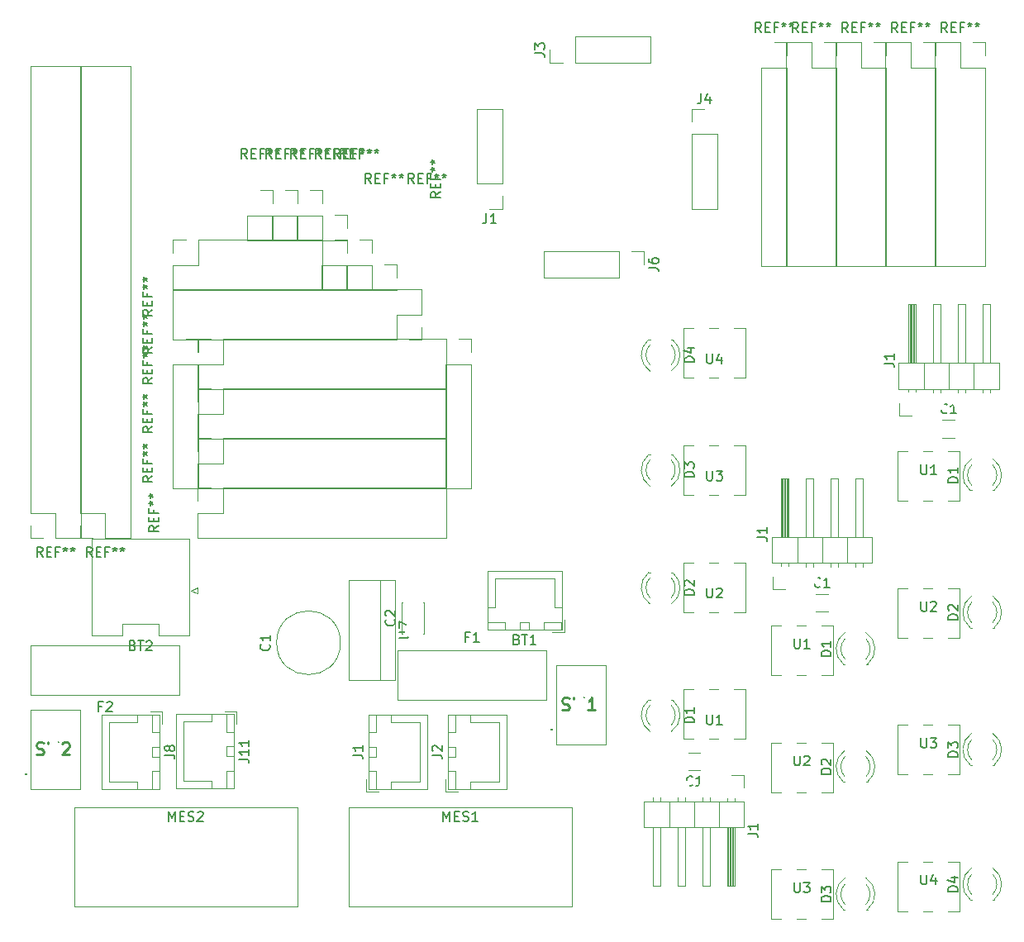
<source format=gto>
%TF.GenerationSoftware,KiCad,Pcbnew,(5.1.10)-1*%
%TF.CreationDate,2021-11-13T22:23:51+09:00*%
%TF.ProjectId,herakuresu.line,68657261-6b75-4726-9573-752e6c696e65,rev?*%
%TF.SameCoordinates,Original*%
%TF.FileFunction,Legend,Top*%
%TF.FilePolarity,Positive*%
%FSLAX46Y46*%
G04 Gerber Fmt 4.6, Leading zero omitted, Abs format (unit mm)*
G04 Created by KiCad (PCBNEW (5.1.10)-1) date 2021-11-13 22:23:51*
%MOMM*%
%LPD*%
G01*
G04 APERTURE LIST*
%ADD10C,0.120000*%
%ADD11C,0.200000*%
%ADD12C,0.100000*%
%ADD13C,0.150000*%
%ADD14C,0.254000*%
%ADD15O,1.700000X1.700000*%
%ADD16R,1.700000X1.700000*%
%ADD17C,1.600000*%
%ADD18R,1.800000X1.800000*%
%ADD19C,1.800000*%
%ADD20C,1.524000*%
%ADD21O,2.000000X1.700000*%
%ADD22C,1.635000*%
%ADD23R,2.000000X1.905000*%
%ADD24O,2.000000X1.905000*%
%ADD25O,1.500000X2.700000*%
%ADD26O,1.700000X2.000000*%
%ADD27C,2.700000*%
%ADD28O,1.700000X1.950000*%
G04 APERTURE END LIST*
D10*
%TO.C,REF\u002A\u002A*%
X185384985Y-59384968D02*
X188044985Y-59384968D01*
X185384985Y-59384968D02*
X185384985Y-79764968D01*
X185384985Y-79764968D02*
X188044985Y-79764968D01*
X188044985Y-59384968D02*
X188044985Y-79764968D01*
X188044985Y-56784968D02*
X188044985Y-58114968D01*
X186714985Y-56784968D02*
X188044985Y-56784968D01*
X187924985Y-56784968D02*
X190524985Y-56784968D01*
X187924985Y-56784968D02*
X187924985Y-79764968D01*
X187924985Y-79764968D02*
X193124985Y-79764968D01*
X193124985Y-59384968D02*
X193124985Y-79764968D01*
X190524985Y-59384968D02*
X193124985Y-59384968D01*
X190524985Y-56784968D02*
X190524985Y-59384968D01*
X193124985Y-56784968D02*
X193124985Y-58114968D01*
X191794985Y-56784968D02*
X193124985Y-56784968D01*
X193004985Y-56784968D02*
X195604985Y-56784968D01*
X193004985Y-56784968D02*
X193004985Y-79764968D01*
X193004985Y-79764968D02*
X198204985Y-79764968D01*
X198204985Y-59384968D02*
X198204985Y-79764968D01*
X195604985Y-59384968D02*
X198204985Y-59384968D01*
X195604985Y-56784968D02*
X195604985Y-59384968D01*
X198204985Y-56784968D02*
X198204985Y-58114968D01*
X196874985Y-56784968D02*
X198204985Y-56784968D01*
X198084985Y-56784968D02*
X200684985Y-56784968D01*
X198084985Y-56784968D02*
X198084985Y-79764968D01*
X198084985Y-79764968D02*
X203284985Y-79764968D01*
X203284985Y-59384968D02*
X203284985Y-79764968D01*
X200684985Y-59384968D02*
X203284985Y-59384968D01*
X200684985Y-56784968D02*
X200684985Y-59384968D01*
X203284985Y-56784968D02*
X203284985Y-58114968D01*
X201954985Y-56784968D02*
X203284985Y-56784968D01*
X203164985Y-56784968D02*
X205764985Y-56784968D01*
X203164985Y-56784968D02*
X203164985Y-79764968D01*
X203164985Y-79764968D02*
X208364985Y-79764968D01*
X208364985Y-59384968D02*
X208364985Y-79764968D01*
X205764985Y-59384968D02*
X208364985Y-59384968D01*
X205764985Y-56784968D02*
X205764985Y-59384968D01*
X208364985Y-56784968D02*
X208364985Y-58114968D01*
X207034985Y-56784968D02*
X208364985Y-56784968D01*
X145439985Y-82234968D02*
X148099985Y-82234968D01*
X145439985Y-82114968D02*
X145439985Y-82234968D01*
X148099985Y-82114968D02*
X148099985Y-82234968D01*
X148099985Y-79574968D02*
X148099985Y-80904968D01*
X146769985Y-79574968D02*
X148099985Y-79574968D01*
X140359985Y-77154968D02*
X143019985Y-77154968D01*
X140359985Y-77034968D02*
X140359985Y-77154968D01*
X143019985Y-77034968D02*
X143019985Y-77154968D01*
X143019985Y-74494968D02*
X143019985Y-75824968D01*
X141689985Y-74494968D02*
X143019985Y-74494968D01*
X137819985Y-74554968D02*
X140479985Y-74554968D01*
X137819985Y-74554968D02*
X137819985Y-77154968D01*
X137819985Y-77154968D02*
X140479985Y-77154968D01*
X140479985Y-74554968D02*
X140479985Y-77154968D01*
X140479985Y-71954968D02*
X140479985Y-73284968D01*
X139149985Y-71954968D02*
X140479985Y-71954968D01*
X135279985Y-74554968D02*
X137939985Y-74554968D01*
X135279985Y-74554968D02*
X135279985Y-77154968D01*
X135279985Y-77154968D02*
X137939985Y-77154968D01*
X137939985Y-74554968D02*
X137939985Y-77154968D01*
X137939985Y-71954968D02*
X137939985Y-73284968D01*
X136609985Y-71954968D02*
X137939985Y-71954968D01*
X132739985Y-74554968D02*
X135399985Y-74554968D01*
X132739985Y-74554968D02*
X132739985Y-77154968D01*
X132739985Y-77154968D02*
X135399985Y-77154968D01*
X135399985Y-74554968D02*
X135399985Y-77154968D01*
X135399985Y-71954968D02*
X135399985Y-73284968D01*
X134069985Y-71954968D02*
X135399985Y-71954968D01*
X142899985Y-79634968D02*
X145559985Y-79634968D01*
X142899985Y-79634968D02*
X142899985Y-82234968D01*
X142899985Y-82234968D02*
X145559985Y-82234968D01*
X145559985Y-79634968D02*
X145559985Y-82234968D01*
X145559985Y-77034968D02*
X145559985Y-78364968D01*
X144229985Y-77034968D02*
X145559985Y-77034968D01*
X140359985Y-79634968D02*
X143019985Y-79634968D01*
X140359985Y-79634968D02*
X140359985Y-82234968D01*
X140359985Y-82234968D02*
X143019985Y-82234968D01*
X143019985Y-79634968D02*
X143019985Y-82234968D01*
X143019985Y-77034968D02*
X143019985Y-78364968D01*
X141689985Y-77034968D02*
X143019985Y-77034968D01*
X153059985Y-89794968D02*
X155719985Y-89794968D01*
X153059985Y-89794968D02*
X153059985Y-102554968D01*
X153059985Y-102554968D02*
X155719985Y-102554968D01*
X155719985Y-89794968D02*
X155719985Y-102554968D01*
X155719985Y-87194968D02*
X155719985Y-88524968D01*
X154389985Y-87194968D02*
X155719985Y-87194968D01*
X125119985Y-89794968D02*
X127779985Y-89794968D01*
X125119985Y-89794968D02*
X125119985Y-102554968D01*
X125119985Y-102554968D02*
X127779985Y-102554968D01*
X127779985Y-89794968D02*
X127779985Y-102554968D01*
X127779985Y-87194968D02*
X127779985Y-88524968D01*
X126449985Y-87194968D02*
X127779985Y-87194968D01*
X125119985Y-82234968D02*
X125119985Y-79634968D01*
X125119985Y-82234968D02*
X140479985Y-82234968D01*
X140479985Y-82234968D02*
X140479985Y-77034968D01*
X127719985Y-77034968D02*
X140479985Y-77034968D01*
X127719985Y-79634968D02*
X127719985Y-77034968D01*
X125119985Y-79634968D02*
X127719985Y-79634968D01*
X125119985Y-77034968D02*
X126449985Y-77034968D01*
X125119985Y-78364968D02*
X125119985Y-77034968D01*
X150639985Y-82114968D02*
X150639985Y-84714968D01*
X150639985Y-82114968D02*
X125119985Y-82114968D01*
X125119985Y-82114968D02*
X125119985Y-87314968D01*
X148039985Y-87314968D02*
X125119985Y-87314968D01*
X148039985Y-84714968D02*
X148039985Y-87314968D01*
X150639985Y-84714968D02*
X148039985Y-84714968D01*
X150639985Y-87314968D02*
X149309985Y-87314968D01*
X150639985Y-85984968D02*
X150639985Y-87314968D01*
X127659985Y-92394968D02*
X127659985Y-89794968D01*
X127659985Y-92394968D02*
X153179985Y-92394968D01*
X153179985Y-92394968D02*
X153179985Y-87194968D01*
X130259985Y-87194968D02*
X153179985Y-87194968D01*
X130259985Y-89794968D02*
X130259985Y-87194968D01*
X127659985Y-89794968D02*
X130259985Y-89794968D01*
X127659985Y-87194968D02*
X128989985Y-87194968D01*
X127659985Y-88524968D02*
X127659985Y-87194968D01*
X127659985Y-97474968D02*
X127659985Y-94874968D01*
X127659985Y-97474968D02*
X153179985Y-97474968D01*
X153179985Y-97474968D02*
X153179985Y-92274968D01*
X130259985Y-92274968D02*
X153179985Y-92274968D01*
X130259985Y-94874968D02*
X130259985Y-92274968D01*
X127659985Y-94874968D02*
X130259985Y-94874968D01*
X127659985Y-92274968D02*
X128989985Y-92274968D01*
X127659985Y-93604968D02*
X127659985Y-92274968D01*
X127659985Y-102554968D02*
X127659985Y-99954968D01*
X127659985Y-102554968D02*
X153179985Y-102554968D01*
X153179985Y-102554968D02*
X153179985Y-97354968D01*
X130259985Y-97354968D02*
X153179985Y-97354968D01*
X130259985Y-99954968D02*
X130259985Y-97354968D01*
X127659985Y-99954968D02*
X130259985Y-99954968D01*
X127659985Y-97354968D02*
X128989985Y-97354968D01*
X127659985Y-98684968D02*
X127659985Y-97354968D01*
X127659985Y-107634968D02*
X127659985Y-105034968D01*
X127659985Y-107634968D02*
X153179985Y-107634968D01*
X153179985Y-107634968D02*
X153179985Y-102434968D01*
X130259985Y-102434968D02*
X153179985Y-102434968D01*
X130259985Y-105034968D02*
X130259985Y-102434968D01*
X127659985Y-105034968D02*
X130259985Y-105034968D01*
X127659985Y-102434968D02*
X128989985Y-102434968D01*
X127659985Y-103764968D02*
X127659985Y-102434968D01*
X120794985Y-107634968D02*
X118194985Y-107634968D01*
X120794985Y-107634968D02*
X120794985Y-59254968D01*
X120794985Y-59254968D02*
X115594985Y-59254968D01*
X115594985Y-105034968D02*
X115594985Y-59254968D01*
X118194985Y-105034968D02*
X115594985Y-105034968D01*
X118194985Y-107634968D02*
X118194985Y-105034968D01*
X115594985Y-107634968D02*
X115594985Y-106304968D01*
X116924985Y-107634968D02*
X115594985Y-107634968D01*
X115714985Y-107634968D02*
X113114985Y-107634968D01*
X115714985Y-107634968D02*
X115714985Y-59254968D01*
X115714985Y-59254968D02*
X110514985Y-59254968D01*
X110514985Y-105034968D02*
X110514985Y-59254968D01*
X113114985Y-105034968D02*
X110514985Y-105034968D01*
X113114985Y-107634968D02*
X113114985Y-105034968D01*
X110514985Y-107634968D02*
X110514985Y-106304968D01*
X111844985Y-107634968D02*
X110514985Y-107634968D01*
%TO.C,C1*%
X179163986Y-131409664D02*
X177905986Y-131409664D01*
X179163986Y-129569664D02*
X177905986Y-129569664D01*
%TO.C,D1*%
X176330986Y-124204664D02*
X176174986Y-124204664D01*
X174014986Y-124204664D02*
X173858986Y-124204664D01*
X176173594Y-127436999D02*
G75*
G03*
X176330502Y-124204664I-1078608J1672335D01*
G01*
X174016378Y-127436999D02*
G75*
G02*
X173859470Y-124204664I1078608J1672335D01*
G01*
X176174823Y-126805794D02*
G75*
G03*
X176174986Y-124723703I-1079837J1041130D01*
G01*
X174015149Y-126805794D02*
G75*
G02*
X174014986Y-124723703I1079837J1041130D01*
G01*
%TO.C,U4*%
X177419986Y-86099664D02*
X177419986Y-87369664D01*
X183769986Y-86099664D02*
X177419986Y-86099664D01*
X183769986Y-87369664D02*
X183769986Y-86099664D01*
X183769986Y-91179664D02*
X183769986Y-87369664D01*
X177419986Y-87369664D02*
X177419986Y-91179664D01*
X177419986Y-91179664D02*
X183769986Y-91179664D01*
%TO.C,U2*%
X177419986Y-110099664D02*
X177419986Y-111369664D01*
X183769986Y-110099664D02*
X177419986Y-110099664D01*
X183769986Y-111369664D02*
X183769986Y-110099664D01*
X183769986Y-115179664D02*
X183769986Y-111369664D01*
X177419986Y-111369664D02*
X177419986Y-115179664D01*
X177419986Y-115179664D02*
X183769986Y-115179664D01*
%TO.C,U3*%
X177419986Y-98099664D02*
X177419986Y-99369664D01*
X183769986Y-98099664D02*
X177419986Y-98099664D01*
X183769986Y-99369664D02*
X183769986Y-98099664D01*
X183769986Y-103179664D02*
X183769986Y-99369664D01*
X177419986Y-99369664D02*
X177419986Y-103179664D01*
X177419986Y-103179664D02*
X183769986Y-103179664D01*
%TO.C,D2*%
X176330986Y-111139664D02*
X176174986Y-111139664D01*
X174014986Y-111139664D02*
X173858986Y-111139664D01*
X176173594Y-114371999D02*
G75*
G03*
X176330502Y-111139664I-1078608J1672335D01*
G01*
X174016378Y-114371999D02*
G75*
G02*
X173859470Y-111139664I1078608J1672335D01*
G01*
X176174823Y-113740794D02*
G75*
G03*
X176174986Y-111658703I-1079837J1041130D01*
G01*
X174015149Y-113740794D02*
G75*
G02*
X174014986Y-111658703I1079837J1041130D01*
G01*
%TO.C,U1*%
X177419986Y-123099664D02*
X177419986Y-124369664D01*
X183769986Y-123099664D02*
X177419986Y-123099664D01*
X183769986Y-124369664D02*
X183769986Y-123099664D01*
X183769986Y-128179664D02*
X183769986Y-124369664D01*
X177419986Y-124369664D02*
X177419986Y-128179664D01*
X177419986Y-128179664D02*
X183769986Y-128179664D01*
%TO.C,D4*%
X176330986Y-87279664D02*
X176174986Y-87279664D01*
X174014986Y-87279664D02*
X173858986Y-87279664D01*
X176173594Y-90511999D02*
G75*
G03*
X176330502Y-87279664I-1078608J1672335D01*
G01*
X174016378Y-90511999D02*
G75*
G02*
X173859470Y-87279664I1078608J1672335D01*
G01*
X176174823Y-89880794D02*
G75*
G03*
X176174986Y-87798703I-1079837J1041130D01*
G01*
X174015149Y-89880794D02*
G75*
G02*
X174014986Y-87798703I1079837J1041130D01*
G01*
%TO.C,D3*%
X176330986Y-99074664D02*
X176174986Y-99074664D01*
X174014986Y-99074664D02*
X173858986Y-99074664D01*
X176173594Y-102306999D02*
G75*
G03*
X176330502Y-99074664I-1078608J1672335D01*
G01*
X174016378Y-102306999D02*
G75*
G02*
X173859470Y-99074664I1078608J1672335D01*
G01*
X176174823Y-101675794D02*
G75*
G03*
X176174986Y-99593703I-1079837J1041130D01*
G01*
X174015149Y-101675794D02*
G75*
G02*
X174014986Y-99593703I1079837J1041130D01*
G01*
%TO.C,J1*%
X183654986Y-134604664D02*
X173374986Y-134604664D01*
X173374986Y-134604664D02*
X173374986Y-137264664D01*
X173374986Y-137264664D02*
X183654986Y-137264664D01*
X183654986Y-137264664D02*
X183654986Y-134604664D01*
X182704986Y-137264664D02*
X182704986Y-143264664D01*
X182704986Y-143264664D02*
X181944986Y-143264664D01*
X181944986Y-143264664D02*
X181944986Y-137264664D01*
X182644986Y-137264664D02*
X182644986Y-143264664D01*
X182524986Y-137264664D02*
X182524986Y-143264664D01*
X182404986Y-137264664D02*
X182404986Y-143264664D01*
X182284986Y-137264664D02*
X182284986Y-143264664D01*
X182164986Y-137264664D02*
X182164986Y-143264664D01*
X182044986Y-137264664D02*
X182044986Y-143264664D01*
X182704986Y-134274664D02*
X182704986Y-134604664D01*
X181944986Y-134274664D02*
X181944986Y-134604664D01*
X181054986Y-134604664D02*
X181054986Y-137264664D01*
X180164986Y-137264664D02*
X180164986Y-143264664D01*
X180164986Y-143264664D02*
X179404986Y-143264664D01*
X179404986Y-143264664D02*
X179404986Y-137264664D01*
X180164986Y-134207593D02*
X180164986Y-134604664D01*
X179404986Y-134207593D02*
X179404986Y-134604664D01*
X178514986Y-134604664D02*
X178514986Y-137264664D01*
X177624986Y-137264664D02*
X177624986Y-143264664D01*
X177624986Y-143264664D02*
X176864986Y-143264664D01*
X176864986Y-143264664D02*
X176864986Y-137264664D01*
X177624986Y-134207593D02*
X177624986Y-134604664D01*
X176864986Y-134207593D02*
X176864986Y-134604664D01*
X175974986Y-134604664D02*
X175974986Y-137264664D01*
X175084986Y-137264664D02*
X175084986Y-143264664D01*
X175084986Y-143264664D02*
X174324986Y-143264664D01*
X174324986Y-143264664D02*
X174324986Y-137264664D01*
X175084986Y-134207593D02*
X175084986Y-134604664D01*
X174324986Y-134207593D02*
X174324986Y-134604664D01*
X182324986Y-131894664D02*
X183594986Y-131894664D01*
X183594986Y-131894664D02*
X183594986Y-133164664D01*
%TO.C,C1*%
X190985985Y-113329968D02*
X192243985Y-113329968D01*
X190985985Y-115169968D02*
X192243985Y-115169968D01*
%TO.C,D1*%
X193818985Y-120534968D02*
X193974985Y-120534968D01*
X196134985Y-120534968D02*
X196290985Y-120534968D01*
X193976377Y-117302633D02*
G75*
G03*
X193819469Y-120534968I1078608J-1672335D01*
G01*
X196133593Y-117302633D02*
G75*
G02*
X196290501Y-120534968I-1078608J-1672335D01*
G01*
X193975148Y-117933838D02*
G75*
G03*
X193974985Y-120015929I1079837J-1041130D01*
G01*
X196134822Y-117933838D02*
G75*
G02*
X196134985Y-120015929I-1079837J-1041130D01*
G01*
%TO.C,U2*%
X192729985Y-133639968D02*
X192729985Y-132369968D01*
X186379985Y-133639968D02*
X192729985Y-133639968D01*
X186379985Y-132369968D02*
X186379985Y-133639968D01*
X186379985Y-128559968D02*
X186379985Y-132369968D01*
X192729985Y-132369968D02*
X192729985Y-128559968D01*
X192729985Y-128559968D02*
X186379985Y-128559968D01*
%TO.C,U3*%
X192729985Y-146639968D02*
X192729985Y-145369968D01*
X186379985Y-146639968D02*
X192729985Y-146639968D01*
X186379985Y-145369968D02*
X186379985Y-146639968D01*
X186379985Y-141559968D02*
X186379985Y-145369968D01*
X192729985Y-145369968D02*
X192729985Y-141559968D01*
X192729985Y-141559968D02*
X186379985Y-141559968D01*
%TO.C,D2*%
X193818985Y-132599968D02*
X193974985Y-132599968D01*
X196134985Y-132599968D02*
X196290985Y-132599968D01*
X193976377Y-129367633D02*
G75*
G03*
X193819469Y-132599968I1078608J-1672335D01*
G01*
X196133593Y-129367633D02*
G75*
G02*
X196290501Y-132599968I-1078608J-1672335D01*
G01*
X193975148Y-129998838D02*
G75*
G03*
X193974985Y-132080929I1079837J-1041130D01*
G01*
X196134822Y-129998838D02*
G75*
G02*
X196134985Y-132080929I-1079837J-1041130D01*
G01*
%TO.C,U1*%
X192729985Y-121639968D02*
X192729985Y-120369968D01*
X186379985Y-121639968D02*
X192729985Y-121639968D01*
X186379985Y-120369968D02*
X186379985Y-121639968D01*
X186379985Y-116559968D02*
X186379985Y-120369968D01*
X192729985Y-120369968D02*
X192729985Y-116559968D01*
X192729985Y-116559968D02*
X186379985Y-116559968D01*
%TO.C,D3*%
X193818985Y-145664968D02*
X193974985Y-145664968D01*
X196134985Y-145664968D02*
X196290985Y-145664968D01*
X193976377Y-142432633D02*
G75*
G03*
X193819469Y-145664968I1078608J-1672335D01*
G01*
X196133593Y-142432633D02*
G75*
G02*
X196290501Y-145664968I-1078608J-1672335D01*
G01*
X193975148Y-143063838D02*
G75*
G03*
X193974985Y-145145929I1079837J-1041130D01*
G01*
X196134822Y-143063838D02*
G75*
G02*
X196134985Y-145145929I-1079837J-1041130D01*
G01*
%TO.C,J1*%
X186494985Y-110134968D02*
X196774985Y-110134968D01*
X196774985Y-110134968D02*
X196774985Y-107474968D01*
X196774985Y-107474968D02*
X186494985Y-107474968D01*
X186494985Y-107474968D02*
X186494985Y-110134968D01*
X187444985Y-107474968D02*
X187444985Y-101474968D01*
X187444985Y-101474968D02*
X188204985Y-101474968D01*
X188204985Y-101474968D02*
X188204985Y-107474968D01*
X187504985Y-107474968D02*
X187504985Y-101474968D01*
X187624985Y-107474968D02*
X187624985Y-101474968D01*
X187744985Y-107474968D02*
X187744985Y-101474968D01*
X187864985Y-107474968D02*
X187864985Y-101474968D01*
X187984985Y-107474968D02*
X187984985Y-101474968D01*
X188104985Y-107474968D02*
X188104985Y-101474968D01*
X187444985Y-110464968D02*
X187444985Y-110134968D01*
X188204985Y-110464968D02*
X188204985Y-110134968D01*
X189094985Y-110134968D02*
X189094985Y-107474968D01*
X189984985Y-107474968D02*
X189984985Y-101474968D01*
X189984985Y-101474968D02*
X190744985Y-101474968D01*
X190744985Y-101474968D02*
X190744985Y-107474968D01*
X189984985Y-110532039D02*
X189984985Y-110134968D01*
X190744985Y-110532039D02*
X190744985Y-110134968D01*
X191634985Y-110134968D02*
X191634985Y-107474968D01*
X192524985Y-107474968D02*
X192524985Y-101474968D01*
X192524985Y-101474968D02*
X193284985Y-101474968D01*
X193284985Y-101474968D02*
X193284985Y-107474968D01*
X192524985Y-110532039D02*
X192524985Y-110134968D01*
X193284985Y-110532039D02*
X193284985Y-110134968D01*
X194174985Y-110134968D02*
X194174985Y-107474968D01*
X195064985Y-107474968D02*
X195064985Y-101474968D01*
X195064985Y-101474968D02*
X195824985Y-101474968D01*
X195824985Y-101474968D02*
X195824985Y-107474968D01*
X195064985Y-110532039D02*
X195064985Y-110134968D01*
X195824985Y-110532039D02*
X195824985Y-110134968D01*
X187824985Y-112844968D02*
X186554985Y-112844968D01*
X186554985Y-112844968D02*
X186554985Y-111574968D01*
%TO.C,U1*%
X205712493Y-103827484D02*
X205712493Y-102557484D01*
X199362493Y-103827484D02*
X205712493Y-103827484D01*
X199362493Y-102557484D02*
X199362493Y-103827484D01*
X199362493Y-98747484D02*
X199362493Y-102557484D01*
X205712493Y-102557484D02*
X205712493Y-98747484D01*
X205712493Y-98747484D02*
X199362493Y-98747484D01*
%TO.C,U2*%
X205712493Y-117827484D02*
X205712493Y-116557484D01*
X199362493Y-117827484D02*
X205712493Y-117827484D01*
X199362493Y-116557484D02*
X199362493Y-117827484D01*
X199362493Y-112747484D02*
X199362493Y-116557484D01*
X205712493Y-116557484D02*
X205712493Y-112747484D01*
X205712493Y-112747484D02*
X199362493Y-112747484D01*
%TO.C,U3*%
X205712493Y-131827484D02*
X205712493Y-130557484D01*
X199362493Y-131827484D02*
X205712493Y-131827484D01*
X199362493Y-130557484D02*
X199362493Y-131827484D01*
X199362493Y-126747484D02*
X199362493Y-130557484D01*
X205712493Y-130557484D02*
X205712493Y-126747484D01*
X205712493Y-126747484D02*
X199362493Y-126747484D01*
%TO.C,U4*%
X205712493Y-145827484D02*
X205712493Y-144557484D01*
X199362493Y-145827484D02*
X205712493Y-145827484D01*
X199362493Y-144557484D02*
X199362493Y-145827484D01*
X199362493Y-140747484D02*
X199362493Y-144557484D01*
X205712493Y-144557484D02*
X205712493Y-140747484D01*
X205712493Y-140747484D02*
X199362493Y-140747484D01*
%TO.C,J1*%
X199477493Y-92322484D02*
X209757493Y-92322484D01*
X209757493Y-92322484D02*
X209757493Y-89662484D01*
X209757493Y-89662484D02*
X199477493Y-89662484D01*
X199477493Y-89662484D02*
X199477493Y-92322484D01*
X200427493Y-89662484D02*
X200427493Y-83662484D01*
X200427493Y-83662484D02*
X201187493Y-83662484D01*
X201187493Y-83662484D02*
X201187493Y-89662484D01*
X200487493Y-89662484D02*
X200487493Y-83662484D01*
X200607493Y-89662484D02*
X200607493Y-83662484D01*
X200727493Y-89662484D02*
X200727493Y-83662484D01*
X200847493Y-89662484D02*
X200847493Y-83662484D01*
X200967493Y-89662484D02*
X200967493Y-83662484D01*
X201087493Y-89662484D02*
X201087493Y-83662484D01*
X200427493Y-92652484D02*
X200427493Y-92322484D01*
X201187493Y-92652484D02*
X201187493Y-92322484D01*
X202077493Y-92322484D02*
X202077493Y-89662484D01*
X202967493Y-89662484D02*
X202967493Y-83662484D01*
X202967493Y-83662484D02*
X203727493Y-83662484D01*
X203727493Y-83662484D02*
X203727493Y-89662484D01*
X202967493Y-92719555D02*
X202967493Y-92322484D01*
X203727493Y-92719555D02*
X203727493Y-92322484D01*
X204617493Y-92322484D02*
X204617493Y-89662484D01*
X205507493Y-89662484D02*
X205507493Y-83662484D01*
X205507493Y-83662484D02*
X206267493Y-83662484D01*
X206267493Y-83662484D02*
X206267493Y-89662484D01*
X205507493Y-92719555D02*
X205507493Y-92322484D01*
X206267493Y-92719555D02*
X206267493Y-92322484D01*
X207157493Y-92322484D02*
X207157493Y-89662484D01*
X208047493Y-89662484D02*
X208047493Y-83662484D01*
X208047493Y-83662484D02*
X208807493Y-83662484D01*
X208807493Y-83662484D02*
X208807493Y-89662484D01*
X208047493Y-92719555D02*
X208047493Y-92322484D01*
X208807493Y-92719555D02*
X208807493Y-92322484D01*
X200807493Y-95032484D02*
X199537493Y-95032484D01*
X199537493Y-95032484D02*
X199537493Y-93762484D01*
%TO.C,D4*%
X206801493Y-144647484D02*
X206957493Y-144647484D01*
X209117493Y-144647484D02*
X209273493Y-144647484D01*
X209117330Y-142046354D02*
G75*
G02*
X209117493Y-144128445I-1079837J-1041130D01*
G01*
X206957656Y-142046354D02*
G75*
G03*
X206957493Y-144128445I1079837J-1041130D01*
G01*
X209116101Y-141415149D02*
G75*
G02*
X209273009Y-144647484I-1078608J-1672335D01*
G01*
X206958885Y-141415149D02*
G75*
G03*
X206801977Y-144647484I1078608J-1672335D01*
G01*
%TO.C,D3*%
X206801493Y-130852484D02*
X206957493Y-130852484D01*
X209117493Y-130852484D02*
X209273493Y-130852484D01*
X209117330Y-128251354D02*
G75*
G02*
X209117493Y-130333445I-1079837J-1041130D01*
G01*
X206957656Y-128251354D02*
G75*
G03*
X206957493Y-130333445I1079837J-1041130D01*
G01*
X209116101Y-127620149D02*
G75*
G02*
X209273009Y-130852484I-1078608J-1672335D01*
G01*
X206958885Y-127620149D02*
G75*
G03*
X206801977Y-130852484I1078608J-1672335D01*
G01*
%TO.C,D2*%
X206801493Y-116787484D02*
X206957493Y-116787484D01*
X209117493Y-116787484D02*
X209273493Y-116787484D01*
X209117330Y-114186354D02*
G75*
G02*
X209117493Y-116268445I-1079837J-1041130D01*
G01*
X206957656Y-114186354D02*
G75*
G03*
X206957493Y-116268445I1079837J-1041130D01*
G01*
X209116101Y-113555149D02*
G75*
G02*
X209273009Y-116787484I-1078608J-1672335D01*
G01*
X206958885Y-113555149D02*
G75*
G03*
X206801977Y-116787484I1078608J-1672335D01*
G01*
%TO.C,D1*%
X206801493Y-102722484D02*
X206957493Y-102722484D01*
X209117493Y-102722484D02*
X209273493Y-102722484D01*
X209117330Y-100121354D02*
G75*
G02*
X209117493Y-102203445I-1079837J-1041130D01*
G01*
X206957656Y-100121354D02*
G75*
G03*
X206957493Y-102203445I1079837J-1041130D01*
G01*
X209116101Y-99490149D02*
G75*
G02*
X209273009Y-102722484I-1078608J-1672335D01*
G01*
X206958885Y-99490149D02*
G75*
G03*
X206801977Y-102722484I1078608J-1672335D01*
G01*
%TO.C,C1*%
X203968493Y-95517484D02*
X205226493Y-95517484D01*
X203968493Y-97357484D02*
X205226493Y-97357484D01*
%TO.C,C2*%
X150747499Y-114175651D02*
X150812499Y-114175651D01*
X148572499Y-114175651D02*
X148637499Y-114175651D01*
X150747499Y-117415651D02*
X150812499Y-117415651D01*
X148572499Y-117415651D02*
X148637499Y-117415651D01*
X150812499Y-117415651D02*
X150812499Y-114175651D01*
X148572499Y-117415651D02*
X148572499Y-114175651D01*
%TO.C,J8*%
X124054498Y-125411651D02*
X122804498Y-125411651D01*
X124054498Y-126661651D02*
X124054498Y-125411651D01*
X118554498Y-132561651D02*
X118554498Y-129511651D01*
X121504498Y-132561651D02*
X118554498Y-132561651D01*
X121504498Y-133311651D02*
X121504498Y-132561651D01*
X118554498Y-126461651D02*
X118554498Y-129511651D01*
X121504498Y-126461651D02*
X118554498Y-126461651D01*
X121504498Y-125711651D02*
X121504498Y-126461651D01*
X123754498Y-133311651D02*
X123754498Y-131511651D01*
X123004498Y-133311651D02*
X123754498Y-133311651D01*
X123004498Y-131511651D02*
X123004498Y-133311651D01*
X123754498Y-131511651D02*
X123004498Y-131511651D01*
X123754498Y-127511651D02*
X123754498Y-125711651D01*
X123004498Y-127511651D02*
X123754498Y-127511651D01*
X123004498Y-125711651D02*
X123004498Y-127511651D01*
X123754498Y-125711651D02*
X123004498Y-125711651D01*
X123754498Y-130011651D02*
X123754498Y-129011651D01*
X123004498Y-130011651D02*
X123754498Y-130011651D01*
X123004498Y-129011651D02*
X123004498Y-130011651D01*
X123754498Y-129011651D02*
X123004498Y-129011651D01*
X123764498Y-133321651D02*
X123764498Y-125701651D01*
X117794498Y-133321651D02*
X123764498Y-133321651D01*
X117794498Y-125701651D02*
X117794498Y-133321651D01*
X123764498Y-125701651D02*
X117794498Y-125701651D01*
%TO.C,MES2*%
X126438499Y-135157651D02*
X137868499Y-135157651D01*
X137868499Y-135157651D02*
X137868499Y-145317651D01*
X137868499Y-145317651D02*
X126438499Y-145317651D01*
X126438499Y-145317651D02*
X115008499Y-145317651D01*
X115008499Y-145317651D02*
X115008499Y-135157651D01*
X115008499Y-135157651D02*
X126438499Y-135157651D01*
D11*
%TO.C,SW1*%
X163864499Y-127205651D02*
X163864499Y-127205651D01*
X163964499Y-127205651D02*
X163964499Y-127205651D01*
X163864499Y-127205651D02*
X163864499Y-127205651D01*
D12*
X164424499Y-120600651D02*
X164424499Y-128730651D01*
X169504499Y-120600651D02*
X164424499Y-120600651D01*
X169504499Y-128730651D02*
X169504499Y-120600651D01*
X164424499Y-128730651D02*
X169504499Y-128730651D01*
D11*
X163964499Y-127205651D02*
G75*
G02*
X163864499Y-127205651I-50000J0D01*
G01*
X163864499Y-127205651D02*
G75*
G02*
X163964499Y-127205651I50000J0D01*
G01*
X163964499Y-127205651D02*
G75*
G02*
X163864499Y-127205651I-50000J0D01*
G01*
D10*
%TO.C,J1*%
X144910499Y-133611651D02*
X146160499Y-133611651D01*
X144910499Y-132361651D02*
X144910499Y-133611651D01*
X150410499Y-126461651D02*
X150410499Y-129511651D01*
X147460499Y-126461651D02*
X150410499Y-126461651D01*
X147460499Y-125711651D02*
X147460499Y-126461651D01*
X150410499Y-132561651D02*
X150410499Y-129511651D01*
X147460499Y-132561651D02*
X150410499Y-132561651D01*
X147460499Y-133311651D02*
X147460499Y-132561651D01*
X145210499Y-125711651D02*
X145210499Y-127511651D01*
X145960499Y-125711651D02*
X145210499Y-125711651D01*
X145960499Y-127511651D02*
X145960499Y-125711651D01*
X145210499Y-127511651D02*
X145960499Y-127511651D01*
X145210499Y-131511651D02*
X145210499Y-133311651D01*
X145960499Y-131511651D02*
X145210499Y-131511651D01*
X145960499Y-133311651D02*
X145960499Y-131511651D01*
X145210499Y-133311651D02*
X145960499Y-133311651D01*
X145210499Y-129011651D02*
X145210499Y-130011651D01*
X145960499Y-129011651D02*
X145210499Y-129011651D01*
X145960499Y-130011651D02*
X145960499Y-129011651D01*
X145210499Y-130011651D02*
X145960499Y-130011651D01*
X145200499Y-125701651D02*
X145200499Y-133321651D01*
X151170499Y-125701651D02*
X145200499Y-125701651D01*
X151170499Y-133321651D02*
X151170499Y-125701651D01*
X145200499Y-133321651D02*
X151170499Y-133321651D01*
%TO.C,U7*%
X146350499Y-111925651D02*
X146350499Y-122165651D01*
X147890499Y-122165651D02*
X143149499Y-122165651D01*
X147890499Y-111925651D02*
X143149499Y-111925651D01*
X143149499Y-111925651D02*
X143149499Y-122165651D01*
X147890499Y-111925651D02*
X147890499Y-122165651D01*
%TO.C,F2*%
X125816499Y-118569651D02*
X118196499Y-118569651D01*
X125816499Y-123649651D02*
X125816499Y-118569651D01*
X118196499Y-123649651D02*
X125816499Y-123649651D01*
X110576499Y-123649651D02*
X118196499Y-123649651D01*
X110576499Y-118569651D02*
X110576499Y-123649651D01*
X118196499Y-118569651D02*
X110576499Y-118569651D01*
%TO.C,MES1*%
X154578498Y-135157651D02*
X166008498Y-135157651D01*
X166008498Y-135157651D02*
X166008498Y-145317651D01*
X166008498Y-145317651D02*
X154578498Y-145317651D01*
X154578498Y-145317651D02*
X143148498Y-145317651D01*
X143148498Y-145317651D02*
X143148498Y-135157651D01*
X143148498Y-135157651D02*
X154578498Y-135157651D01*
D11*
%TO.C,SW2*%
X110016499Y-131777651D02*
X110016499Y-131777651D01*
X110116499Y-131777651D02*
X110116499Y-131777651D01*
X110016499Y-131777651D02*
X110016499Y-131777651D01*
D12*
X110576499Y-125172651D02*
X110576499Y-133302651D01*
X115656499Y-125172651D02*
X110576499Y-125172651D01*
X115656499Y-133302651D02*
X115656499Y-125172651D01*
X110576499Y-133302651D02*
X115656499Y-133302651D01*
D11*
X110116499Y-131777651D02*
G75*
G02*
X110016499Y-131777651I-50000J0D01*
G01*
X110016499Y-131777651D02*
G75*
G02*
X110116499Y-131777651I50000J0D01*
G01*
X110116499Y-131777651D02*
G75*
G02*
X110016499Y-131777651I-50000J0D01*
G01*
D10*
%TO.C,BT1*%
X165242499Y-117255651D02*
X165242499Y-116005651D01*
X163992499Y-117255651D02*
X165242499Y-117255651D01*
X158092499Y-111755651D02*
X161142499Y-111755651D01*
X158092499Y-114705651D02*
X158092499Y-111755651D01*
X157342499Y-114705651D02*
X158092499Y-114705651D01*
X164192499Y-111755651D02*
X161142499Y-111755651D01*
X164192499Y-114705651D02*
X164192499Y-111755651D01*
X164942499Y-114705651D02*
X164192499Y-114705651D01*
X157342499Y-116955651D02*
X159142499Y-116955651D01*
X157342499Y-116205651D02*
X157342499Y-116955651D01*
X159142499Y-116205651D02*
X157342499Y-116205651D01*
X159142499Y-116955651D02*
X159142499Y-116205651D01*
X163142499Y-116955651D02*
X164942499Y-116955651D01*
X163142499Y-116205651D02*
X163142499Y-116955651D01*
X164942499Y-116205651D02*
X163142499Y-116205651D01*
X164942499Y-116955651D02*
X164942499Y-116205651D01*
X160642499Y-116955651D02*
X161642499Y-116955651D01*
X160642499Y-116205651D02*
X160642499Y-116955651D01*
X161642499Y-116205651D02*
X160642499Y-116205651D01*
X161642499Y-116955651D02*
X161642499Y-116205651D01*
X157332499Y-116965651D02*
X164952499Y-116965651D01*
X157332499Y-110995651D02*
X157332499Y-116965651D01*
X164952499Y-110995651D02*
X157332499Y-110995651D01*
X164952499Y-116965651D02*
X164952499Y-110995651D01*
%TO.C,J11*%
X131674498Y-125371651D02*
X130424498Y-125371651D01*
X131674498Y-126621651D02*
X131674498Y-125371651D01*
X126174498Y-132521651D02*
X126174498Y-129471651D01*
X129124498Y-132521651D02*
X126174498Y-132521651D01*
X129124498Y-133271651D02*
X129124498Y-132521651D01*
X126174498Y-126421651D02*
X126174498Y-129471651D01*
X129124498Y-126421651D02*
X126174498Y-126421651D01*
X129124498Y-125671651D02*
X129124498Y-126421651D01*
X131374498Y-133271651D02*
X131374498Y-131471651D01*
X130624498Y-133271651D02*
X131374498Y-133271651D01*
X130624498Y-131471651D02*
X130624498Y-133271651D01*
X131374498Y-131471651D02*
X130624498Y-131471651D01*
X131374498Y-127471651D02*
X131374498Y-125671651D01*
X130624498Y-127471651D02*
X131374498Y-127471651D01*
X130624498Y-125671651D02*
X130624498Y-127471651D01*
X131374498Y-125671651D02*
X130624498Y-125671651D01*
X131374498Y-129971651D02*
X131374498Y-128971651D01*
X130624498Y-129971651D02*
X131374498Y-129971651D01*
X130624498Y-128971651D02*
X130624498Y-129971651D01*
X131374498Y-128971651D02*
X130624498Y-128971651D01*
X131384498Y-133281651D02*
X131384498Y-125661651D01*
X125414498Y-133281651D02*
X131384498Y-133281651D01*
X125414498Y-125661651D02*
X125414498Y-133281651D01*
X131384498Y-125661651D02*
X125414498Y-125661651D01*
%TO.C,BT2*%
X127614499Y-113281651D02*
X127014499Y-112981651D01*
X127614499Y-112681651D02*
X127614499Y-113281651D01*
X127014499Y-112981651D02*
X127614499Y-112681651D01*
X116794499Y-107671651D02*
X126814499Y-107671651D01*
X116794499Y-117591651D02*
X116794499Y-107671651D01*
X119914499Y-117591651D02*
X116794499Y-117591651D01*
X119914499Y-116391651D02*
X119914499Y-117591651D01*
X123694499Y-116391651D02*
X119914499Y-116391651D01*
X123694499Y-117591651D02*
X123694499Y-116391651D01*
X126814499Y-117591651D02*
X123694499Y-117591651D01*
X126814499Y-107671651D02*
X126814499Y-117591651D01*
%TO.C,J2*%
X153038499Y-133611651D02*
X154288499Y-133611651D01*
X153038499Y-132361651D02*
X153038499Y-133611651D01*
X158538499Y-126461651D02*
X158538499Y-129511651D01*
X155588499Y-126461651D02*
X158538499Y-126461651D01*
X155588499Y-125711651D02*
X155588499Y-126461651D01*
X158538499Y-132561651D02*
X158538499Y-129511651D01*
X155588499Y-132561651D02*
X158538499Y-132561651D01*
X155588499Y-133311651D02*
X155588499Y-132561651D01*
X153338499Y-125711651D02*
X153338499Y-127511651D01*
X154088499Y-125711651D02*
X153338499Y-125711651D01*
X154088499Y-127511651D02*
X154088499Y-125711651D01*
X153338499Y-127511651D02*
X154088499Y-127511651D01*
X153338499Y-131511651D02*
X153338499Y-133311651D01*
X154088499Y-131511651D02*
X153338499Y-131511651D01*
X154088499Y-133311651D02*
X154088499Y-131511651D01*
X153338499Y-133311651D02*
X154088499Y-133311651D01*
X153338499Y-129011651D02*
X153338499Y-130011651D01*
X154088499Y-129011651D02*
X153338499Y-129011651D01*
X154088499Y-130011651D02*
X154088499Y-129011651D01*
X153338499Y-130011651D02*
X154088499Y-130011651D01*
X153328499Y-125701651D02*
X153328499Y-133321651D01*
X159298499Y-125701651D02*
X153328499Y-125701651D01*
X159298499Y-133321651D02*
X159298499Y-125701651D01*
X153328499Y-133321651D02*
X159298499Y-133321651D01*
%TO.C,C1*%
X142294499Y-118335651D02*
G75*
G03*
X142294499Y-118335651I-3270000J0D01*
G01*
%TO.C,F1*%
X148168499Y-124157651D02*
X155788499Y-124157651D01*
X148168499Y-119077651D02*
X148168499Y-124157651D01*
X155788499Y-119077651D02*
X148168499Y-119077651D01*
X163408499Y-119077651D02*
X155788499Y-119077651D01*
X163408499Y-124157651D02*
X163408499Y-119077651D01*
X155788499Y-124157651D02*
X163408499Y-124157651D01*
%TO.C,J1*%
X158904985Y-73904967D02*
X157574985Y-73904967D01*
X158904985Y-72574967D02*
X158904985Y-73904967D01*
X158904985Y-71304967D02*
X156244985Y-71304967D01*
X156244985Y-71304967D02*
X156244985Y-63624967D01*
X158904985Y-71304967D02*
X158904985Y-63624967D01*
X158904985Y-63624967D02*
X156244985Y-63624967D01*
%TO.C,J4*%
X178244985Y-63624967D02*
X179574985Y-63624967D01*
X178244985Y-64954967D02*
X178244985Y-63624967D01*
X178244985Y-66224967D02*
X180904985Y-66224967D01*
X180904985Y-66224967D02*
X180904985Y-73904967D01*
X178244985Y-66224967D02*
X178244985Y-73904967D01*
X178244985Y-73904967D02*
X180904985Y-73904967D01*
%TO.C,J6*%
X173404985Y-78244967D02*
X173404985Y-79574967D01*
X172074985Y-78244967D02*
X173404985Y-78244967D01*
X170804985Y-78244967D02*
X170804985Y-80904967D01*
X170804985Y-80904967D02*
X163124985Y-80904967D01*
X170804985Y-78244967D02*
X163124985Y-78244967D01*
X163124985Y-78244967D02*
X163124985Y-80904967D01*
%TO.C,J3*%
X163744985Y-58904967D02*
X163744985Y-57574967D01*
X165074985Y-58904967D02*
X163744985Y-58904967D01*
X166344985Y-58904967D02*
X166344985Y-56244967D01*
X166344985Y-56244967D02*
X174024985Y-56244967D01*
X166344985Y-58904967D02*
X174024985Y-58904967D01*
X174024985Y-58904967D02*
X174024985Y-56244967D01*
%TO.C,REF\u002A\u002A*%
D13*
X185381651Y-55797348D02*
X185048318Y-55321158D01*
X184810223Y-55797348D02*
X184810223Y-54797348D01*
X185191175Y-54797348D01*
X185286413Y-54844968D01*
X185334032Y-54892587D01*
X185381651Y-54987825D01*
X185381651Y-55130682D01*
X185334032Y-55225920D01*
X185286413Y-55273539D01*
X185191175Y-55321158D01*
X184810223Y-55321158D01*
X185810223Y-55273539D02*
X186143556Y-55273539D01*
X186286413Y-55797348D02*
X185810223Y-55797348D01*
X185810223Y-54797348D01*
X186286413Y-54797348D01*
X187048318Y-55273539D02*
X186714985Y-55273539D01*
X186714985Y-55797348D02*
X186714985Y-54797348D01*
X187191175Y-54797348D01*
X187714985Y-54797348D02*
X187714985Y-55035444D01*
X187476889Y-54940206D02*
X187714985Y-55035444D01*
X187953080Y-54940206D01*
X187572127Y-55225920D02*
X187714985Y-55035444D01*
X187857842Y-55225920D01*
X188476889Y-54797348D02*
X188476889Y-55035444D01*
X188238794Y-54940206D02*
X188476889Y-55035444D01*
X188714985Y-54940206D01*
X188334032Y-55225920D02*
X188476889Y-55035444D01*
X188619746Y-55225920D01*
X189191651Y-55797348D02*
X188858318Y-55321158D01*
X188620223Y-55797348D02*
X188620223Y-54797348D01*
X189001175Y-54797348D01*
X189096413Y-54844968D01*
X189144032Y-54892587D01*
X189191651Y-54987825D01*
X189191651Y-55130682D01*
X189144032Y-55225920D01*
X189096413Y-55273539D01*
X189001175Y-55321158D01*
X188620223Y-55321158D01*
X189620223Y-55273539D02*
X189953556Y-55273539D01*
X190096413Y-55797348D02*
X189620223Y-55797348D01*
X189620223Y-54797348D01*
X190096413Y-54797348D01*
X190858318Y-55273539D02*
X190524985Y-55273539D01*
X190524985Y-55797348D02*
X190524985Y-54797348D01*
X191001175Y-54797348D01*
X191524985Y-54797348D02*
X191524985Y-55035444D01*
X191286889Y-54940206D02*
X191524985Y-55035444D01*
X191763080Y-54940206D01*
X191382127Y-55225920D02*
X191524985Y-55035444D01*
X191667842Y-55225920D01*
X192286889Y-54797348D02*
X192286889Y-55035444D01*
X192048794Y-54940206D02*
X192286889Y-55035444D01*
X192524985Y-54940206D01*
X192144032Y-55225920D02*
X192286889Y-55035444D01*
X192429746Y-55225920D01*
X194271651Y-55797348D02*
X193938318Y-55321158D01*
X193700223Y-55797348D02*
X193700223Y-54797348D01*
X194081175Y-54797348D01*
X194176413Y-54844968D01*
X194224032Y-54892587D01*
X194271651Y-54987825D01*
X194271651Y-55130682D01*
X194224032Y-55225920D01*
X194176413Y-55273539D01*
X194081175Y-55321158D01*
X193700223Y-55321158D01*
X194700223Y-55273539D02*
X195033556Y-55273539D01*
X195176413Y-55797348D02*
X194700223Y-55797348D01*
X194700223Y-54797348D01*
X195176413Y-54797348D01*
X195938318Y-55273539D02*
X195604985Y-55273539D01*
X195604985Y-55797348D02*
X195604985Y-54797348D01*
X196081175Y-54797348D01*
X196604985Y-54797348D02*
X196604985Y-55035444D01*
X196366889Y-54940206D02*
X196604985Y-55035444D01*
X196843080Y-54940206D01*
X196462127Y-55225920D02*
X196604985Y-55035444D01*
X196747842Y-55225920D01*
X197366889Y-54797348D02*
X197366889Y-55035444D01*
X197128794Y-54940206D02*
X197366889Y-55035444D01*
X197604985Y-54940206D01*
X197224032Y-55225920D02*
X197366889Y-55035444D01*
X197509746Y-55225920D01*
X199351651Y-55797348D02*
X199018318Y-55321158D01*
X198780223Y-55797348D02*
X198780223Y-54797348D01*
X199161175Y-54797348D01*
X199256413Y-54844968D01*
X199304032Y-54892587D01*
X199351651Y-54987825D01*
X199351651Y-55130682D01*
X199304032Y-55225920D01*
X199256413Y-55273539D01*
X199161175Y-55321158D01*
X198780223Y-55321158D01*
X199780223Y-55273539D02*
X200113556Y-55273539D01*
X200256413Y-55797348D02*
X199780223Y-55797348D01*
X199780223Y-54797348D01*
X200256413Y-54797348D01*
X201018318Y-55273539D02*
X200684985Y-55273539D01*
X200684985Y-55797348D02*
X200684985Y-54797348D01*
X201161175Y-54797348D01*
X201684985Y-54797348D02*
X201684985Y-55035444D01*
X201446889Y-54940206D02*
X201684985Y-55035444D01*
X201923080Y-54940206D01*
X201542127Y-55225920D02*
X201684985Y-55035444D01*
X201827842Y-55225920D01*
X202446889Y-54797348D02*
X202446889Y-55035444D01*
X202208794Y-54940206D02*
X202446889Y-55035444D01*
X202684985Y-54940206D01*
X202304032Y-55225920D02*
X202446889Y-55035444D01*
X202589746Y-55225920D01*
X204431651Y-55797348D02*
X204098318Y-55321158D01*
X203860223Y-55797348D02*
X203860223Y-54797348D01*
X204241175Y-54797348D01*
X204336413Y-54844968D01*
X204384032Y-54892587D01*
X204431651Y-54987825D01*
X204431651Y-55130682D01*
X204384032Y-55225920D01*
X204336413Y-55273539D01*
X204241175Y-55321158D01*
X203860223Y-55321158D01*
X204860223Y-55273539D02*
X205193556Y-55273539D01*
X205336413Y-55797348D02*
X204860223Y-55797348D01*
X204860223Y-54797348D01*
X205336413Y-54797348D01*
X206098318Y-55273539D02*
X205764985Y-55273539D01*
X205764985Y-55797348D02*
X205764985Y-54797348D01*
X206241175Y-54797348D01*
X206764985Y-54797348D02*
X206764985Y-55035444D01*
X206526889Y-54940206D02*
X206764985Y-55035444D01*
X207003080Y-54940206D01*
X206622127Y-55225920D02*
X206764985Y-55035444D01*
X206907842Y-55225920D01*
X207526889Y-54797348D02*
X207526889Y-55035444D01*
X207288794Y-54940206D02*
X207526889Y-55035444D01*
X207764985Y-54940206D01*
X207384032Y-55225920D02*
X207526889Y-55035444D01*
X207669746Y-55225920D01*
X145436651Y-71267348D02*
X145103318Y-70791158D01*
X144865223Y-71267348D02*
X144865223Y-70267348D01*
X145246175Y-70267348D01*
X145341413Y-70314968D01*
X145389032Y-70362587D01*
X145436651Y-70457825D01*
X145436651Y-70600682D01*
X145389032Y-70695920D01*
X145341413Y-70743539D01*
X145246175Y-70791158D01*
X144865223Y-70791158D01*
X145865223Y-70743539D02*
X146198556Y-70743539D01*
X146341413Y-71267348D02*
X145865223Y-71267348D01*
X145865223Y-70267348D01*
X146341413Y-70267348D01*
X147103318Y-70743539D02*
X146769985Y-70743539D01*
X146769985Y-71267348D02*
X146769985Y-70267348D01*
X147246175Y-70267348D01*
X147769985Y-70267348D02*
X147769985Y-70505444D01*
X147531889Y-70410206D02*
X147769985Y-70505444D01*
X148008080Y-70410206D01*
X147627127Y-70695920D02*
X147769985Y-70505444D01*
X147912842Y-70695920D01*
X148531889Y-70267348D02*
X148531889Y-70505444D01*
X148293794Y-70410206D02*
X148531889Y-70505444D01*
X148769985Y-70410206D01*
X148389032Y-70695920D02*
X148531889Y-70505444D01*
X148674746Y-70695920D01*
X140356651Y-68727348D02*
X140023318Y-68251158D01*
X139785223Y-68727348D02*
X139785223Y-67727348D01*
X140166175Y-67727348D01*
X140261413Y-67774968D01*
X140309032Y-67822587D01*
X140356651Y-67917825D01*
X140356651Y-68060682D01*
X140309032Y-68155920D01*
X140261413Y-68203539D01*
X140166175Y-68251158D01*
X139785223Y-68251158D01*
X140785223Y-68203539D02*
X141118556Y-68203539D01*
X141261413Y-68727348D02*
X140785223Y-68727348D01*
X140785223Y-67727348D01*
X141261413Y-67727348D01*
X142023318Y-68203539D02*
X141689985Y-68203539D01*
X141689985Y-68727348D02*
X141689985Y-67727348D01*
X142166175Y-67727348D01*
X142689985Y-67727348D02*
X142689985Y-67965444D01*
X142451889Y-67870206D02*
X142689985Y-67965444D01*
X142928080Y-67870206D01*
X142547127Y-68155920D02*
X142689985Y-67965444D01*
X142832842Y-68155920D01*
X143451889Y-67727348D02*
X143451889Y-67965444D01*
X143213794Y-67870206D02*
X143451889Y-67965444D01*
X143689985Y-67870206D01*
X143309032Y-68155920D02*
X143451889Y-67965444D01*
X143594746Y-68155920D01*
X137816651Y-68727348D02*
X137483318Y-68251158D01*
X137245223Y-68727348D02*
X137245223Y-67727348D01*
X137626175Y-67727348D01*
X137721413Y-67774968D01*
X137769032Y-67822587D01*
X137816651Y-67917825D01*
X137816651Y-68060682D01*
X137769032Y-68155920D01*
X137721413Y-68203539D01*
X137626175Y-68251158D01*
X137245223Y-68251158D01*
X138245223Y-68203539D02*
X138578556Y-68203539D01*
X138721413Y-68727348D02*
X138245223Y-68727348D01*
X138245223Y-67727348D01*
X138721413Y-67727348D01*
X139483318Y-68203539D02*
X139149985Y-68203539D01*
X139149985Y-68727348D02*
X139149985Y-67727348D01*
X139626175Y-67727348D01*
X140149985Y-67727348D02*
X140149985Y-67965444D01*
X139911889Y-67870206D02*
X140149985Y-67965444D01*
X140388080Y-67870206D01*
X140007127Y-68155920D02*
X140149985Y-67965444D01*
X140292842Y-68155920D01*
X140911889Y-67727348D02*
X140911889Y-67965444D01*
X140673794Y-67870206D02*
X140911889Y-67965444D01*
X141149985Y-67870206D01*
X140769032Y-68155920D02*
X140911889Y-67965444D01*
X141054746Y-68155920D01*
X135276651Y-68727348D02*
X134943318Y-68251158D01*
X134705223Y-68727348D02*
X134705223Y-67727348D01*
X135086175Y-67727348D01*
X135181413Y-67774968D01*
X135229032Y-67822587D01*
X135276651Y-67917825D01*
X135276651Y-68060682D01*
X135229032Y-68155920D01*
X135181413Y-68203539D01*
X135086175Y-68251158D01*
X134705223Y-68251158D01*
X135705223Y-68203539D02*
X136038556Y-68203539D01*
X136181413Y-68727348D02*
X135705223Y-68727348D01*
X135705223Y-67727348D01*
X136181413Y-67727348D01*
X136943318Y-68203539D02*
X136609985Y-68203539D01*
X136609985Y-68727348D02*
X136609985Y-67727348D01*
X137086175Y-67727348D01*
X137609985Y-67727348D02*
X137609985Y-67965444D01*
X137371889Y-67870206D02*
X137609985Y-67965444D01*
X137848080Y-67870206D01*
X137467127Y-68155920D02*
X137609985Y-67965444D01*
X137752842Y-68155920D01*
X138371889Y-67727348D02*
X138371889Y-67965444D01*
X138133794Y-67870206D02*
X138371889Y-67965444D01*
X138609985Y-67870206D01*
X138229032Y-68155920D02*
X138371889Y-67965444D01*
X138514746Y-68155920D01*
X132736651Y-68727348D02*
X132403318Y-68251158D01*
X132165223Y-68727348D02*
X132165223Y-67727348D01*
X132546175Y-67727348D01*
X132641413Y-67774968D01*
X132689032Y-67822587D01*
X132736651Y-67917825D01*
X132736651Y-68060682D01*
X132689032Y-68155920D01*
X132641413Y-68203539D01*
X132546175Y-68251158D01*
X132165223Y-68251158D01*
X133165223Y-68203539D02*
X133498556Y-68203539D01*
X133641413Y-68727348D02*
X133165223Y-68727348D01*
X133165223Y-67727348D01*
X133641413Y-67727348D01*
X134403318Y-68203539D02*
X134069985Y-68203539D01*
X134069985Y-68727348D02*
X134069985Y-67727348D01*
X134546175Y-67727348D01*
X135069985Y-67727348D02*
X135069985Y-67965444D01*
X134831889Y-67870206D02*
X135069985Y-67965444D01*
X135308080Y-67870206D01*
X134927127Y-68155920D02*
X135069985Y-67965444D01*
X135212842Y-68155920D01*
X135831889Y-67727348D02*
X135831889Y-67965444D01*
X135593794Y-67870206D02*
X135831889Y-67965444D01*
X136069985Y-67870206D01*
X135689032Y-68155920D02*
X135831889Y-67965444D01*
X135974746Y-68155920D01*
X142896651Y-68727348D02*
X142563318Y-68251158D01*
X142325223Y-68727348D02*
X142325223Y-67727348D01*
X142706175Y-67727348D01*
X142801413Y-67774968D01*
X142849032Y-67822587D01*
X142896651Y-67917825D01*
X142896651Y-68060682D01*
X142849032Y-68155920D01*
X142801413Y-68203539D01*
X142706175Y-68251158D01*
X142325223Y-68251158D01*
X143325223Y-68203539D02*
X143658556Y-68203539D01*
X143801413Y-68727348D02*
X143325223Y-68727348D01*
X143325223Y-67727348D01*
X143801413Y-67727348D01*
X144563318Y-68203539D02*
X144229985Y-68203539D01*
X144229985Y-68727348D02*
X144229985Y-67727348D01*
X144706175Y-67727348D01*
X145229985Y-67727348D02*
X145229985Y-67965444D01*
X144991889Y-67870206D02*
X145229985Y-67965444D01*
X145468080Y-67870206D01*
X145087127Y-68155920D02*
X145229985Y-67965444D01*
X145372842Y-68155920D01*
X145991889Y-67727348D02*
X145991889Y-67965444D01*
X145753794Y-67870206D02*
X145991889Y-67965444D01*
X146229985Y-67870206D01*
X145849032Y-68155920D02*
X145991889Y-67965444D01*
X146134746Y-68155920D01*
X142201651Y-68727348D02*
X141868318Y-68251158D01*
X141630223Y-68727348D02*
X141630223Y-67727348D01*
X142011175Y-67727348D01*
X142106413Y-67774968D01*
X142154032Y-67822587D01*
X142201651Y-67917825D01*
X142201651Y-68060682D01*
X142154032Y-68155920D01*
X142106413Y-68203539D01*
X142011175Y-68251158D01*
X141630223Y-68251158D01*
X142630223Y-68203539D02*
X142963556Y-68203539D01*
X143106413Y-68727348D02*
X142630223Y-68727348D01*
X142630223Y-67727348D01*
X143106413Y-67727348D01*
X143868318Y-68203539D02*
X143534985Y-68203539D01*
X143534985Y-68727348D02*
X143534985Y-67727348D01*
X144011175Y-67727348D01*
X144534985Y-67727348D02*
X144534985Y-67965444D01*
X144296889Y-67870206D02*
X144534985Y-67965444D01*
X144773080Y-67870206D01*
X144392127Y-68155920D02*
X144534985Y-67965444D01*
X144677842Y-68155920D01*
X145296889Y-67727348D02*
X145296889Y-67965444D01*
X145058794Y-67870206D02*
X145296889Y-67965444D01*
X145534985Y-67870206D01*
X145154032Y-68155920D02*
X145296889Y-67965444D01*
X145439746Y-68155920D01*
X149821651Y-71267348D02*
X149488318Y-70791158D01*
X149250223Y-71267348D02*
X149250223Y-70267348D01*
X149631175Y-70267348D01*
X149726413Y-70314968D01*
X149774032Y-70362587D01*
X149821651Y-70457825D01*
X149821651Y-70600682D01*
X149774032Y-70695920D01*
X149726413Y-70743539D01*
X149631175Y-70791158D01*
X149250223Y-70791158D01*
X150250223Y-70743539D02*
X150583556Y-70743539D01*
X150726413Y-71267348D02*
X150250223Y-71267348D01*
X150250223Y-70267348D01*
X150726413Y-70267348D01*
X151488318Y-70743539D02*
X151154985Y-70743539D01*
X151154985Y-71267348D02*
X151154985Y-70267348D01*
X151631175Y-70267348D01*
X152154985Y-70267348D02*
X152154985Y-70505444D01*
X151916889Y-70410206D02*
X152154985Y-70505444D01*
X152393080Y-70410206D01*
X152012127Y-70695920D02*
X152154985Y-70505444D01*
X152297842Y-70695920D01*
X152916889Y-70267348D02*
X152916889Y-70505444D01*
X152678794Y-70410206D02*
X152916889Y-70505444D01*
X153154985Y-70410206D01*
X152774032Y-70695920D02*
X152916889Y-70505444D01*
X153059746Y-70695920D01*
X123032365Y-88023301D02*
X122556175Y-88356634D01*
X123032365Y-88594729D02*
X122032365Y-88594729D01*
X122032365Y-88213777D01*
X122079985Y-88118539D01*
X122127604Y-88070920D01*
X122222842Y-88023301D01*
X122365699Y-88023301D01*
X122460937Y-88070920D01*
X122508556Y-88118539D01*
X122556175Y-88213777D01*
X122556175Y-88594729D01*
X122508556Y-87594729D02*
X122508556Y-87261396D01*
X123032365Y-87118539D02*
X123032365Y-87594729D01*
X122032365Y-87594729D01*
X122032365Y-87118539D01*
X122508556Y-86356634D02*
X122508556Y-86689968D01*
X123032365Y-86689968D02*
X122032365Y-86689968D01*
X122032365Y-86213777D01*
X122032365Y-85689968D02*
X122270461Y-85689968D01*
X122175223Y-85928063D02*
X122270461Y-85689968D01*
X122175223Y-85451872D01*
X122460937Y-85832825D02*
X122270461Y-85689968D01*
X122460937Y-85547110D01*
X122032365Y-84928063D02*
X122270461Y-84928063D01*
X122175223Y-85166158D02*
X122270461Y-84928063D01*
X122175223Y-84689968D01*
X122460937Y-85070920D02*
X122270461Y-84928063D01*
X122460937Y-84785206D01*
X123032365Y-84213301D02*
X122556175Y-84546634D01*
X123032365Y-84784729D02*
X122032365Y-84784729D01*
X122032365Y-84403777D01*
X122079985Y-84308539D01*
X122127604Y-84260920D01*
X122222842Y-84213301D01*
X122365699Y-84213301D01*
X122460937Y-84260920D01*
X122508556Y-84308539D01*
X122556175Y-84403777D01*
X122556175Y-84784729D01*
X122508556Y-83784729D02*
X122508556Y-83451396D01*
X123032365Y-83308539D02*
X123032365Y-83784729D01*
X122032365Y-83784729D01*
X122032365Y-83308539D01*
X122508556Y-82546634D02*
X122508556Y-82879968D01*
X123032365Y-82879968D02*
X122032365Y-82879968D01*
X122032365Y-82403777D01*
X122032365Y-81879968D02*
X122270461Y-81879968D01*
X122175223Y-82118063D02*
X122270461Y-81879968D01*
X122175223Y-81641872D01*
X122460937Y-82022825D02*
X122270461Y-81879968D01*
X122460937Y-81737110D01*
X122032365Y-81118063D02*
X122270461Y-81118063D01*
X122175223Y-81356158D02*
X122270461Y-81118063D01*
X122175223Y-80879968D01*
X122460937Y-81260920D02*
X122270461Y-81118063D01*
X122460937Y-80975206D01*
X152532365Y-72148301D02*
X152056175Y-72481634D01*
X152532365Y-72719729D02*
X151532365Y-72719729D01*
X151532365Y-72338777D01*
X151579985Y-72243539D01*
X151627604Y-72195920D01*
X151722842Y-72148301D01*
X151865699Y-72148301D01*
X151960937Y-72195920D01*
X152008556Y-72243539D01*
X152056175Y-72338777D01*
X152056175Y-72719729D01*
X152008556Y-71719729D02*
X152008556Y-71386396D01*
X152532365Y-71243539D02*
X152532365Y-71719729D01*
X151532365Y-71719729D01*
X151532365Y-71243539D01*
X152008556Y-70481634D02*
X152008556Y-70814968D01*
X152532365Y-70814968D02*
X151532365Y-70814968D01*
X151532365Y-70338777D01*
X151532365Y-69814968D02*
X151770461Y-69814968D01*
X151675223Y-70053063D02*
X151770461Y-69814968D01*
X151675223Y-69576872D01*
X151960937Y-69957825D02*
X151770461Y-69814968D01*
X151960937Y-69672110D01*
X151532365Y-69053063D02*
X151770461Y-69053063D01*
X151675223Y-69291158D02*
X151770461Y-69053063D01*
X151675223Y-68814968D01*
X151960937Y-69195920D02*
X151770461Y-69053063D01*
X151960937Y-68910206D01*
X123032365Y-91198301D02*
X122556175Y-91531634D01*
X123032365Y-91769729D02*
X122032365Y-91769729D01*
X122032365Y-91388777D01*
X122079985Y-91293539D01*
X122127604Y-91245920D01*
X122222842Y-91198301D01*
X122365699Y-91198301D01*
X122460937Y-91245920D01*
X122508556Y-91293539D01*
X122556175Y-91388777D01*
X122556175Y-91769729D01*
X122508556Y-90769729D02*
X122508556Y-90436396D01*
X123032365Y-90293539D02*
X123032365Y-90769729D01*
X122032365Y-90769729D01*
X122032365Y-90293539D01*
X122508556Y-89531634D02*
X122508556Y-89864968D01*
X123032365Y-89864968D02*
X122032365Y-89864968D01*
X122032365Y-89388777D01*
X122032365Y-88864968D02*
X122270461Y-88864968D01*
X122175223Y-89103063D02*
X122270461Y-88864968D01*
X122175223Y-88626872D01*
X122460937Y-89007825D02*
X122270461Y-88864968D01*
X122460937Y-88722110D01*
X122032365Y-88103063D02*
X122270461Y-88103063D01*
X122175223Y-88341158D02*
X122270461Y-88103063D01*
X122175223Y-87864968D01*
X122460937Y-88245920D02*
X122270461Y-88103063D01*
X122460937Y-87960206D01*
X123032365Y-96208301D02*
X122556175Y-96541634D01*
X123032365Y-96779729D02*
X122032365Y-96779729D01*
X122032365Y-96398777D01*
X122079985Y-96303539D01*
X122127604Y-96255920D01*
X122222842Y-96208301D01*
X122365699Y-96208301D01*
X122460937Y-96255920D01*
X122508556Y-96303539D01*
X122556175Y-96398777D01*
X122556175Y-96779729D01*
X122508556Y-95779729D02*
X122508556Y-95446396D01*
X123032365Y-95303539D02*
X123032365Y-95779729D01*
X122032365Y-95779729D01*
X122032365Y-95303539D01*
X122508556Y-94541634D02*
X122508556Y-94874968D01*
X123032365Y-94874968D02*
X122032365Y-94874968D01*
X122032365Y-94398777D01*
X122032365Y-93874968D02*
X122270461Y-93874968D01*
X122175223Y-94113063D02*
X122270461Y-93874968D01*
X122175223Y-93636872D01*
X122460937Y-94017825D02*
X122270461Y-93874968D01*
X122460937Y-93732110D01*
X122032365Y-93113063D02*
X122270461Y-93113063D01*
X122175223Y-93351158D02*
X122270461Y-93113063D01*
X122175223Y-92874968D01*
X122460937Y-93255920D02*
X122270461Y-93113063D01*
X122460937Y-92970206D01*
X123032365Y-101288301D02*
X122556175Y-101621634D01*
X123032365Y-101859729D02*
X122032365Y-101859729D01*
X122032365Y-101478777D01*
X122079985Y-101383539D01*
X122127604Y-101335920D01*
X122222842Y-101288301D01*
X122365699Y-101288301D01*
X122460937Y-101335920D01*
X122508556Y-101383539D01*
X122556175Y-101478777D01*
X122556175Y-101859729D01*
X122508556Y-100859729D02*
X122508556Y-100526396D01*
X123032365Y-100383539D02*
X123032365Y-100859729D01*
X122032365Y-100859729D01*
X122032365Y-100383539D01*
X122508556Y-99621634D02*
X122508556Y-99954968D01*
X123032365Y-99954968D02*
X122032365Y-99954968D01*
X122032365Y-99478777D01*
X122032365Y-98954968D02*
X122270461Y-98954968D01*
X122175223Y-99193063D02*
X122270461Y-98954968D01*
X122175223Y-98716872D01*
X122460937Y-99097825D02*
X122270461Y-98954968D01*
X122460937Y-98812110D01*
X122032365Y-98193063D02*
X122270461Y-98193063D01*
X122175223Y-98431158D02*
X122270461Y-98193063D01*
X122175223Y-97954968D01*
X122460937Y-98335920D02*
X122270461Y-98193063D01*
X122460937Y-98050206D01*
X123667365Y-106368301D02*
X123191175Y-106701634D01*
X123667365Y-106939729D02*
X122667365Y-106939729D01*
X122667365Y-106558777D01*
X122714985Y-106463539D01*
X122762604Y-106415920D01*
X122857842Y-106368301D01*
X123000699Y-106368301D01*
X123095937Y-106415920D01*
X123143556Y-106463539D01*
X123191175Y-106558777D01*
X123191175Y-106939729D01*
X123143556Y-105939729D02*
X123143556Y-105606396D01*
X123667365Y-105463539D02*
X123667365Y-105939729D01*
X122667365Y-105939729D01*
X122667365Y-105463539D01*
X123143556Y-104701634D02*
X123143556Y-105034968D01*
X123667365Y-105034968D02*
X122667365Y-105034968D01*
X122667365Y-104558777D01*
X122667365Y-104034968D02*
X122905461Y-104034968D01*
X122810223Y-104273063D02*
X122905461Y-104034968D01*
X122810223Y-103796872D01*
X123095937Y-104177825D02*
X122905461Y-104034968D01*
X123095937Y-103892110D01*
X122667365Y-103273063D02*
X122905461Y-103273063D01*
X122810223Y-103511158D02*
X122905461Y-103273063D01*
X122810223Y-103034968D01*
X123095937Y-103415920D02*
X122905461Y-103273063D01*
X123095937Y-103130206D01*
X116861651Y-109527348D02*
X116528318Y-109051158D01*
X116290223Y-109527348D02*
X116290223Y-108527348D01*
X116671175Y-108527348D01*
X116766413Y-108574968D01*
X116814032Y-108622587D01*
X116861651Y-108717825D01*
X116861651Y-108860682D01*
X116814032Y-108955920D01*
X116766413Y-109003539D01*
X116671175Y-109051158D01*
X116290223Y-109051158D01*
X117290223Y-109003539D02*
X117623556Y-109003539D01*
X117766413Y-109527348D02*
X117290223Y-109527348D01*
X117290223Y-108527348D01*
X117766413Y-108527348D01*
X118528318Y-109003539D02*
X118194985Y-109003539D01*
X118194985Y-109527348D02*
X118194985Y-108527348D01*
X118671175Y-108527348D01*
X119194985Y-108527348D02*
X119194985Y-108765444D01*
X118956889Y-108670206D02*
X119194985Y-108765444D01*
X119433080Y-108670206D01*
X119052127Y-108955920D02*
X119194985Y-108765444D01*
X119337842Y-108955920D01*
X119956889Y-108527348D02*
X119956889Y-108765444D01*
X119718794Y-108670206D02*
X119956889Y-108765444D01*
X120194985Y-108670206D01*
X119814032Y-108955920D02*
X119956889Y-108765444D01*
X120099746Y-108955920D01*
X111781651Y-109527348D02*
X111448318Y-109051158D01*
X111210223Y-109527348D02*
X111210223Y-108527348D01*
X111591175Y-108527348D01*
X111686413Y-108574968D01*
X111734032Y-108622587D01*
X111781651Y-108717825D01*
X111781651Y-108860682D01*
X111734032Y-108955920D01*
X111686413Y-109003539D01*
X111591175Y-109051158D01*
X111210223Y-109051158D01*
X112210223Y-109003539D02*
X112543556Y-109003539D01*
X112686413Y-109527348D02*
X112210223Y-109527348D01*
X112210223Y-108527348D01*
X112686413Y-108527348D01*
X113448318Y-109003539D02*
X113114985Y-109003539D01*
X113114985Y-109527348D02*
X113114985Y-108527348D01*
X113591175Y-108527348D01*
X114114985Y-108527348D02*
X114114985Y-108765444D01*
X113876889Y-108670206D02*
X114114985Y-108765444D01*
X114353080Y-108670206D01*
X113972127Y-108955920D02*
X114114985Y-108765444D01*
X114257842Y-108955920D01*
X114876889Y-108527348D02*
X114876889Y-108765444D01*
X114638794Y-108670206D02*
X114876889Y-108765444D01*
X115114985Y-108670206D01*
X114734032Y-108955920D02*
X114876889Y-108765444D01*
X115019746Y-108955920D01*
%TO.C,C1*%
X178368319Y-132896806D02*
X178320700Y-132944425D01*
X178177843Y-132992044D01*
X178082605Y-132992044D01*
X177939747Y-132944425D01*
X177844509Y-132849187D01*
X177796890Y-132753949D01*
X177749271Y-132563473D01*
X177749271Y-132420616D01*
X177796890Y-132230140D01*
X177844509Y-132134902D01*
X177939747Y-132039664D01*
X178082605Y-131992044D01*
X178177843Y-131992044D01*
X178320700Y-132039664D01*
X178368319Y-132087283D01*
X179320700Y-132992044D02*
X178749271Y-132992044D01*
X179034986Y-132992044D02*
X179034986Y-131992044D01*
X178939747Y-132134902D01*
X178844509Y-132230140D01*
X178749271Y-132277759D01*
%TO.C,D1*%
X178507366Y-126502759D02*
X177507366Y-126502759D01*
X177507366Y-126264664D01*
X177554986Y-126121806D01*
X177650224Y-126026568D01*
X177745462Y-125978949D01*
X177935938Y-125931330D01*
X178078795Y-125931330D01*
X178269271Y-125978949D01*
X178364509Y-126026568D01*
X178459747Y-126121806D01*
X178507366Y-126264664D01*
X178507366Y-126502759D01*
X178507366Y-124978949D02*
X178507366Y-125550378D01*
X178507366Y-125264664D02*
X177507366Y-125264664D01*
X177650224Y-125359902D01*
X177745462Y-125455140D01*
X177793081Y-125550378D01*
%TO.C,U4*%
X179833081Y-88727044D02*
X179833081Y-89536568D01*
X179880700Y-89631806D01*
X179928319Y-89679425D01*
X180023557Y-89727044D01*
X180214033Y-89727044D01*
X180309271Y-89679425D01*
X180356890Y-89631806D01*
X180404509Y-89536568D01*
X180404509Y-88727044D01*
X181309271Y-89060378D02*
X181309271Y-89727044D01*
X181071176Y-88679425D02*
X180833081Y-89393711D01*
X181452128Y-89393711D01*
%TO.C,U2*%
X179833081Y-112727044D02*
X179833081Y-113536568D01*
X179880700Y-113631806D01*
X179928319Y-113679425D01*
X180023557Y-113727044D01*
X180214033Y-113727044D01*
X180309271Y-113679425D01*
X180356890Y-113631806D01*
X180404509Y-113536568D01*
X180404509Y-112727044D01*
X180833081Y-112822283D02*
X180880700Y-112774664D01*
X180975938Y-112727044D01*
X181214033Y-112727044D01*
X181309271Y-112774664D01*
X181356890Y-112822283D01*
X181404509Y-112917521D01*
X181404509Y-113012759D01*
X181356890Y-113155616D01*
X180785462Y-113727044D01*
X181404509Y-113727044D01*
%TO.C,U3*%
X179833081Y-100727044D02*
X179833081Y-101536568D01*
X179880700Y-101631806D01*
X179928319Y-101679425D01*
X180023557Y-101727044D01*
X180214033Y-101727044D01*
X180309271Y-101679425D01*
X180356890Y-101631806D01*
X180404509Y-101536568D01*
X180404509Y-100727044D01*
X180785462Y-100727044D02*
X181404509Y-100727044D01*
X181071176Y-101107997D01*
X181214033Y-101107997D01*
X181309271Y-101155616D01*
X181356890Y-101203235D01*
X181404509Y-101298473D01*
X181404509Y-101536568D01*
X181356890Y-101631806D01*
X181309271Y-101679425D01*
X181214033Y-101727044D01*
X180928319Y-101727044D01*
X180833081Y-101679425D01*
X180785462Y-101631806D01*
%TO.C,D2*%
X178507366Y-113437759D02*
X177507366Y-113437759D01*
X177507366Y-113199664D01*
X177554986Y-113056806D01*
X177650224Y-112961568D01*
X177745462Y-112913949D01*
X177935938Y-112866330D01*
X178078795Y-112866330D01*
X178269271Y-112913949D01*
X178364509Y-112961568D01*
X178459747Y-113056806D01*
X178507366Y-113199664D01*
X178507366Y-113437759D01*
X177602605Y-112485378D02*
X177554986Y-112437759D01*
X177507366Y-112342521D01*
X177507366Y-112104425D01*
X177554986Y-112009187D01*
X177602605Y-111961568D01*
X177697843Y-111913949D01*
X177793081Y-111913949D01*
X177935938Y-111961568D01*
X178507366Y-112532997D01*
X178507366Y-111913949D01*
%TO.C,U1*%
X179833081Y-125727044D02*
X179833081Y-126536568D01*
X179880700Y-126631806D01*
X179928319Y-126679425D01*
X180023557Y-126727044D01*
X180214033Y-126727044D01*
X180309271Y-126679425D01*
X180356890Y-126631806D01*
X180404509Y-126536568D01*
X180404509Y-125727044D01*
X181404509Y-126727044D02*
X180833081Y-126727044D01*
X181118795Y-126727044D02*
X181118795Y-125727044D01*
X181023557Y-125869902D01*
X180928319Y-125965140D01*
X180833081Y-126012759D01*
%TO.C,D4*%
X178507366Y-89577759D02*
X177507366Y-89577759D01*
X177507366Y-89339664D01*
X177554986Y-89196806D01*
X177650224Y-89101568D01*
X177745462Y-89053949D01*
X177935938Y-89006330D01*
X178078795Y-89006330D01*
X178269271Y-89053949D01*
X178364509Y-89101568D01*
X178459747Y-89196806D01*
X178507366Y-89339664D01*
X178507366Y-89577759D01*
X177840700Y-88149187D02*
X178507366Y-88149187D01*
X177459747Y-88387283D02*
X178174033Y-88625378D01*
X178174033Y-88006330D01*
%TO.C,D3*%
X178507366Y-101372759D02*
X177507366Y-101372759D01*
X177507366Y-101134664D01*
X177554986Y-100991806D01*
X177650224Y-100896568D01*
X177745462Y-100848949D01*
X177935938Y-100801330D01*
X178078795Y-100801330D01*
X178269271Y-100848949D01*
X178364509Y-100896568D01*
X178459747Y-100991806D01*
X178507366Y-101134664D01*
X178507366Y-101372759D01*
X177507366Y-100467997D02*
X177507366Y-99848949D01*
X177888319Y-100182283D01*
X177888319Y-100039425D01*
X177935938Y-99944187D01*
X177983557Y-99896568D01*
X178078795Y-99848949D01*
X178316890Y-99848949D01*
X178412128Y-99896568D01*
X178459747Y-99944187D01*
X178507366Y-100039425D01*
X178507366Y-100325140D01*
X178459747Y-100420378D01*
X178412128Y-100467997D01*
%TO.C,J1*%
X184047366Y-137882997D02*
X184761652Y-137882997D01*
X184904509Y-137930616D01*
X184999747Y-138025854D01*
X185047366Y-138168711D01*
X185047366Y-138263949D01*
X185047366Y-136882997D02*
X185047366Y-137454425D01*
X185047366Y-137168711D02*
X184047366Y-137168711D01*
X184190224Y-137263949D01*
X184285462Y-137359187D01*
X184333081Y-137454425D01*
%TO.C,C1*%
X191448318Y-112557110D02*
X191400699Y-112604729D01*
X191257842Y-112652348D01*
X191162604Y-112652348D01*
X191019746Y-112604729D01*
X190924508Y-112509491D01*
X190876889Y-112414253D01*
X190829270Y-112223777D01*
X190829270Y-112080920D01*
X190876889Y-111890444D01*
X190924508Y-111795206D01*
X191019746Y-111699968D01*
X191162604Y-111652348D01*
X191257842Y-111652348D01*
X191400699Y-111699968D01*
X191448318Y-111747587D01*
X192400699Y-112652348D02*
X191829270Y-112652348D01*
X192114985Y-112652348D02*
X192114985Y-111652348D01*
X192019746Y-111795206D01*
X191924508Y-111890444D01*
X191829270Y-111938063D01*
%TO.C,D1*%
X192547365Y-119713063D02*
X191547365Y-119713063D01*
X191547365Y-119474968D01*
X191594985Y-119332110D01*
X191690223Y-119236872D01*
X191785461Y-119189253D01*
X191975937Y-119141634D01*
X192118794Y-119141634D01*
X192309270Y-119189253D01*
X192404508Y-119236872D01*
X192499746Y-119332110D01*
X192547365Y-119474968D01*
X192547365Y-119713063D01*
X192547365Y-118189253D02*
X192547365Y-118760682D01*
X192547365Y-118474968D02*
X191547365Y-118474968D01*
X191690223Y-118570206D01*
X191785461Y-118665444D01*
X191833080Y-118760682D01*
%TO.C,U2*%
X188793080Y-129917348D02*
X188793080Y-130726872D01*
X188840699Y-130822110D01*
X188888318Y-130869729D01*
X188983556Y-130917348D01*
X189174032Y-130917348D01*
X189269270Y-130869729D01*
X189316889Y-130822110D01*
X189364508Y-130726872D01*
X189364508Y-129917348D01*
X189793080Y-130012587D02*
X189840699Y-129964968D01*
X189935937Y-129917348D01*
X190174032Y-129917348D01*
X190269270Y-129964968D01*
X190316889Y-130012587D01*
X190364508Y-130107825D01*
X190364508Y-130203063D01*
X190316889Y-130345920D01*
X189745461Y-130917348D01*
X190364508Y-130917348D01*
%TO.C,U3*%
X188793080Y-142917348D02*
X188793080Y-143726872D01*
X188840699Y-143822110D01*
X188888318Y-143869729D01*
X188983556Y-143917348D01*
X189174032Y-143917348D01*
X189269270Y-143869729D01*
X189316889Y-143822110D01*
X189364508Y-143726872D01*
X189364508Y-142917348D01*
X189745461Y-142917348D02*
X190364508Y-142917348D01*
X190031175Y-143298301D01*
X190174032Y-143298301D01*
X190269270Y-143345920D01*
X190316889Y-143393539D01*
X190364508Y-143488777D01*
X190364508Y-143726872D01*
X190316889Y-143822110D01*
X190269270Y-143869729D01*
X190174032Y-143917348D01*
X189888318Y-143917348D01*
X189793080Y-143869729D01*
X189745461Y-143822110D01*
%TO.C,D2*%
X192547365Y-131778063D02*
X191547365Y-131778063D01*
X191547365Y-131539968D01*
X191594985Y-131397110D01*
X191690223Y-131301872D01*
X191785461Y-131254253D01*
X191975937Y-131206634D01*
X192118794Y-131206634D01*
X192309270Y-131254253D01*
X192404508Y-131301872D01*
X192499746Y-131397110D01*
X192547365Y-131539968D01*
X192547365Y-131778063D01*
X191642604Y-130825682D02*
X191594985Y-130778063D01*
X191547365Y-130682825D01*
X191547365Y-130444729D01*
X191594985Y-130349491D01*
X191642604Y-130301872D01*
X191737842Y-130254253D01*
X191833080Y-130254253D01*
X191975937Y-130301872D01*
X192547365Y-130873301D01*
X192547365Y-130254253D01*
%TO.C,U1*%
X188793080Y-117917348D02*
X188793080Y-118726872D01*
X188840699Y-118822110D01*
X188888318Y-118869729D01*
X188983556Y-118917348D01*
X189174032Y-118917348D01*
X189269270Y-118869729D01*
X189316889Y-118822110D01*
X189364508Y-118726872D01*
X189364508Y-117917348D01*
X190364508Y-118917348D02*
X189793080Y-118917348D01*
X190078794Y-118917348D02*
X190078794Y-117917348D01*
X189983556Y-118060206D01*
X189888318Y-118155444D01*
X189793080Y-118203063D01*
%TO.C,D3*%
X192547365Y-144843063D02*
X191547365Y-144843063D01*
X191547365Y-144604968D01*
X191594985Y-144462110D01*
X191690223Y-144366872D01*
X191785461Y-144319253D01*
X191975937Y-144271634D01*
X192118794Y-144271634D01*
X192309270Y-144319253D01*
X192404508Y-144366872D01*
X192499746Y-144462110D01*
X192547365Y-144604968D01*
X192547365Y-144843063D01*
X191547365Y-143938301D02*
X191547365Y-143319253D01*
X191928318Y-143652587D01*
X191928318Y-143509729D01*
X191975937Y-143414491D01*
X192023556Y-143366872D01*
X192118794Y-143319253D01*
X192356889Y-143319253D01*
X192452127Y-143366872D01*
X192499746Y-143414491D01*
X192547365Y-143509729D01*
X192547365Y-143795444D01*
X192499746Y-143890682D01*
X192452127Y-143938301D01*
%TO.C,J1*%
X185007365Y-107523301D02*
X185721651Y-107523301D01*
X185864508Y-107570920D01*
X185959746Y-107666158D01*
X186007365Y-107809015D01*
X186007365Y-107904253D01*
X186007365Y-106523301D02*
X186007365Y-107094729D01*
X186007365Y-106809015D02*
X185007365Y-106809015D01*
X185150223Y-106904253D01*
X185245461Y-106999491D01*
X185293080Y-107094729D01*
%TO.C,U1*%
X201775588Y-100104864D02*
X201775588Y-100914388D01*
X201823207Y-101009626D01*
X201870826Y-101057245D01*
X201966064Y-101104864D01*
X202156540Y-101104864D01*
X202251778Y-101057245D01*
X202299397Y-101009626D01*
X202347016Y-100914388D01*
X202347016Y-100104864D01*
X203347016Y-101104864D02*
X202775588Y-101104864D01*
X203061302Y-101104864D02*
X203061302Y-100104864D01*
X202966064Y-100247722D01*
X202870826Y-100342960D01*
X202775588Y-100390579D01*
%TO.C,U2*%
X201775588Y-114104864D02*
X201775588Y-114914388D01*
X201823207Y-115009626D01*
X201870826Y-115057245D01*
X201966064Y-115104864D01*
X202156540Y-115104864D01*
X202251778Y-115057245D01*
X202299397Y-115009626D01*
X202347016Y-114914388D01*
X202347016Y-114104864D01*
X202775588Y-114200103D02*
X202823207Y-114152484D01*
X202918445Y-114104864D01*
X203156540Y-114104864D01*
X203251778Y-114152484D01*
X203299397Y-114200103D01*
X203347016Y-114295341D01*
X203347016Y-114390579D01*
X203299397Y-114533436D01*
X202727969Y-115104864D01*
X203347016Y-115104864D01*
%TO.C,U3*%
X201775588Y-128104864D02*
X201775588Y-128914388D01*
X201823207Y-129009626D01*
X201870826Y-129057245D01*
X201966064Y-129104864D01*
X202156540Y-129104864D01*
X202251778Y-129057245D01*
X202299397Y-129009626D01*
X202347016Y-128914388D01*
X202347016Y-128104864D01*
X202727969Y-128104864D02*
X203347016Y-128104864D01*
X203013683Y-128485817D01*
X203156540Y-128485817D01*
X203251778Y-128533436D01*
X203299397Y-128581055D01*
X203347016Y-128676293D01*
X203347016Y-128914388D01*
X203299397Y-129009626D01*
X203251778Y-129057245D01*
X203156540Y-129104864D01*
X202870826Y-129104864D01*
X202775588Y-129057245D01*
X202727969Y-129009626D01*
%TO.C,U4*%
X201775588Y-142104864D02*
X201775588Y-142914388D01*
X201823207Y-143009626D01*
X201870826Y-143057245D01*
X201966064Y-143104864D01*
X202156540Y-143104864D01*
X202251778Y-143057245D01*
X202299397Y-143009626D01*
X202347016Y-142914388D01*
X202347016Y-142104864D01*
X203251778Y-142438198D02*
X203251778Y-143104864D01*
X203013683Y-142057245D02*
X202775588Y-142771531D01*
X203394635Y-142771531D01*
%TO.C,J1*%
X197989873Y-89710817D02*
X198704159Y-89710817D01*
X198847016Y-89758436D01*
X198942254Y-89853674D01*
X198989873Y-89996531D01*
X198989873Y-90091769D01*
X198989873Y-88710817D02*
X198989873Y-89282245D01*
X198989873Y-88996531D02*
X197989873Y-88996531D01*
X198132731Y-89091769D01*
X198227969Y-89187007D01*
X198275588Y-89282245D01*
%TO.C,D4*%
X205529873Y-143825579D02*
X204529873Y-143825579D01*
X204529873Y-143587484D01*
X204577493Y-143444626D01*
X204672731Y-143349388D01*
X204767969Y-143301769D01*
X204958445Y-143254150D01*
X205101302Y-143254150D01*
X205291778Y-143301769D01*
X205387016Y-143349388D01*
X205482254Y-143444626D01*
X205529873Y-143587484D01*
X205529873Y-143825579D01*
X204863207Y-142397007D02*
X205529873Y-142397007D01*
X204482254Y-142635103D02*
X205196540Y-142873198D01*
X205196540Y-142254150D01*
%TO.C,D3*%
X205529873Y-130030579D02*
X204529873Y-130030579D01*
X204529873Y-129792484D01*
X204577493Y-129649626D01*
X204672731Y-129554388D01*
X204767969Y-129506769D01*
X204958445Y-129459150D01*
X205101302Y-129459150D01*
X205291778Y-129506769D01*
X205387016Y-129554388D01*
X205482254Y-129649626D01*
X205529873Y-129792484D01*
X205529873Y-130030579D01*
X204529873Y-129125817D02*
X204529873Y-128506769D01*
X204910826Y-128840103D01*
X204910826Y-128697245D01*
X204958445Y-128602007D01*
X205006064Y-128554388D01*
X205101302Y-128506769D01*
X205339397Y-128506769D01*
X205434635Y-128554388D01*
X205482254Y-128602007D01*
X205529873Y-128697245D01*
X205529873Y-128982960D01*
X205482254Y-129078198D01*
X205434635Y-129125817D01*
%TO.C,D2*%
X205529873Y-115965579D02*
X204529873Y-115965579D01*
X204529873Y-115727484D01*
X204577493Y-115584626D01*
X204672731Y-115489388D01*
X204767969Y-115441769D01*
X204958445Y-115394150D01*
X205101302Y-115394150D01*
X205291778Y-115441769D01*
X205387016Y-115489388D01*
X205482254Y-115584626D01*
X205529873Y-115727484D01*
X205529873Y-115965579D01*
X204625112Y-115013198D02*
X204577493Y-114965579D01*
X204529873Y-114870341D01*
X204529873Y-114632245D01*
X204577493Y-114537007D01*
X204625112Y-114489388D01*
X204720350Y-114441769D01*
X204815588Y-114441769D01*
X204958445Y-114489388D01*
X205529873Y-115060817D01*
X205529873Y-114441769D01*
%TO.C,D1*%
X205529873Y-101900579D02*
X204529873Y-101900579D01*
X204529873Y-101662484D01*
X204577493Y-101519626D01*
X204672731Y-101424388D01*
X204767969Y-101376769D01*
X204958445Y-101329150D01*
X205101302Y-101329150D01*
X205291778Y-101376769D01*
X205387016Y-101424388D01*
X205482254Y-101519626D01*
X205529873Y-101662484D01*
X205529873Y-101900579D01*
X205529873Y-100376769D02*
X205529873Y-100948198D01*
X205529873Y-100662484D02*
X204529873Y-100662484D01*
X204672731Y-100757722D01*
X204767969Y-100852960D01*
X204815588Y-100948198D01*
%TO.C,C1*%
X204430826Y-94744626D02*
X204383207Y-94792245D01*
X204240350Y-94839864D01*
X204145112Y-94839864D01*
X204002254Y-94792245D01*
X203907016Y-94697007D01*
X203859397Y-94601769D01*
X203811778Y-94411293D01*
X203811778Y-94268436D01*
X203859397Y-94077960D01*
X203907016Y-93982722D01*
X204002254Y-93887484D01*
X204145112Y-93839864D01*
X204240350Y-93839864D01*
X204383207Y-93887484D01*
X204430826Y-93935103D01*
X205383207Y-94839864D02*
X204811778Y-94839864D01*
X205097493Y-94839864D02*
X205097493Y-93839864D01*
X205002254Y-93982722D01*
X204907016Y-94077960D01*
X204811778Y-94125579D01*
%TO.C,C2*%
X147799641Y-115962317D02*
X147847260Y-116009936D01*
X147894879Y-116152793D01*
X147894879Y-116248031D01*
X147847260Y-116390889D01*
X147752022Y-116486127D01*
X147656784Y-116533746D01*
X147466308Y-116581365D01*
X147323451Y-116581365D01*
X147132975Y-116533746D01*
X147037737Y-116486127D01*
X146942499Y-116390889D01*
X146894879Y-116248031D01*
X146894879Y-116152793D01*
X146942499Y-116009936D01*
X146990118Y-115962317D01*
X146990118Y-115581365D02*
X146942499Y-115533746D01*
X146894879Y-115438508D01*
X146894879Y-115200412D01*
X146942499Y-115105174D01*
X146990118Y-115057555D01*
X147085356Y-115009936D01*
X147180594Y-115009936D01*
X147323451Y-115057555D01*
X147894879Y-115628984D01*
X147894879Y-115009936D01*
%TO.C,J8*%
X124306878Y-129844984D02*
X125021164Y-129844984D01*
X125164021Y-129892603D01*
X125259259Y-129987841D01*
X125306878Y-130130698D01*
X125306878Y-130225936D01*
X124735450Y-129225936D02*
X124687831Y-129321174D01*
X124640212Y-129368793D01*
X124544974Y-129416412D01*
X124497355Y-129416412D01*
X124402117Y-129368793D01*
X124354498Y-129321174D01*
X124306878Y-129225936D01*
X124306878Y-129035460D01*
X124354498Y-128940222D01*
X124402117Y-128892603D01*
X124497355Y-128844984D01*
X124544974Y-128844984D01*
X124640212Y-128892603D01*
X124687831Y-128940222D01*
X124735450Y-129035460D01*
X124735450Y-129225936D01*
X124783069Y-129321174D01*
X124830688Y-129368793D01*
X124925926Y-129416412D01*
X125116402Y-129416412D01*
X125211640Y-129368793D01*
X125259259Y-129321174D01*
X125306878Y-129225936D01*
X125306878Y-129035460D01*
X125259259Y-128940222D01*
X125211640Y-128892603D01*
X125116402Y-128844984D01*
X124925926Y-128844984D01*
X124830688Y-128892603D01*
X124783069Y-128940222D01*
X124735450Y-129035460D01*
%TO.C,MES2*%
X124700403Y-136626031D02*
X124700403Y-135626031D01*
X125033737Y-136340317D01*
X125367070Y-135626031D01*
X125367070Y-136626031D01*
X125843260Y-136102222D02*
X126176594Y-136102222D01*
X126319451Y-136626031D02*
X125843260Y-136626031D01*
X125843260Y-135626031D01*
X126319451Y-135626031D01*
X126700403Y-136578412D02*
X126843260Y-136626031D01*
X127081356Y-136626031D01*
X127176594Y-136578412D01*
X127224213Y-136530793D01*
X127271832Y-136435555D01*
X127271832Y-136340317D01*
X127224213Y-136245079D01*
X127176594Y-136197460D01*
X127081356Y-136149841D01*
X126890879Y-136102222D01*
X126795641Y-136054603D01*
X126748022Y-136006984D01*
X126700403Y-135911746D01*
X126700403Y-135816508D01*
X126748022Y-135721270D01*
X126795641Y-135673651D01*
X126890879Y-135626031D01*
X127128975Y-135626031D01*
X127271832Y-135673651D01*
X127652784Y-135721270D02*
X127700403Y-135673651D01*
X127795641Y-135626031D01*
X128033737Y-135626031D01*
X128128975Y-135673651D01*
X128176594Y-135721270D01*
X128224213Y-135816508D01*
X128224213Y-135911746D01*
X128176594Y-136054603D01*
X127605165Y-136626031D01*
X128224213Y-136626031D01*
%TO.C,SW1*%
D14*
X164991165Y-125179698D02*
X165172594Y-125240174D01*
X165474975Y-125240174D01*
X165595927Y-125179698D01*
X165656403Y-125119222D01*
X165716879Y-124998270D01*
X165716879Y-124877317D01*
X165656403Y-124756365D01*
X165595927Y-124695889D01*
X165474975Y-124635412D01*
X165233070Y-124574936D01*
X165112118Y-124514460D01*
X165051641Y-124453984D01*
X164991165Y-124333031D01*
X164991165Y-124212079D01*
X165051641Y-124091127D01*
X165112118Y-124030651D01*
X165233070Y-123970174D01*
X165535451Y-123970174D01*
X165716879Y-124030651D01*
X166140213Y-123970174D02*
X166442594Y-125240174D01*
X166684499Y-124333031D01*
X166926403Y-125240174D01*
X167228784Y-123970174D01*
X168377832Y-125240174D02*
X167652118Y-125240174D01*
X168014975Y-125240174D02*
X168014975Y-123970174D01*
X167894022Y-124151603D01*
X167773070Y-124272555D01*
X167652118Y-124333031D01*
%TO.C,J1*%
D13*
X143562879Y-129844984D02*
X144277165Y-129844984D01*
X144420022Y-129892603D01*
X144515260Y-129987841D01*
X144562879Y-130130698D01*
X144562879Y-130225936D01*
X144562879Y-128844984D02*
X144562879Y-129416412D01*
X144562879Y-129130698D02*
X143562879Y-129130698D01*
X143705737Y-129225936D01*
X143800975Y-129321174D01*
X143848594Y-129416412D01*
%TO.C,U7*%
X148342879Y-117807555D02*
X149152403Y-117807555D01*
X149247641Y-117759936D01*
X149295260Y-117712317D01*
X149342879Y-117617079D01*
X149342879Y-117426603D01*
X149295260Y-117331365D01*
X149247641Y-117283746D01*
X149152403Y-117236127D01*
X148342879Y-117236127D01*
X148342879Y-116855174D02*
X148342879Y-116188508D01*
X149342879Y-116617079D01*
%TO.C,F2*%
X117863165Y-124848222D02*
X117529832Y-124848222D01*
X117529832Y-125372031D02*
X117529832Y-124372031D01*
X118006022Y-124372031D01*
X118339356Y-124467270D02*
X118386975Y-124419651D01*
X118482213Y-124372031D01*
X118720308Y-124372031D01*
X118815546Y-124419651D01*
X118863165Y-124467270D01*
X118910784Y-124562508D01*
X118910784Y-124657746D01*
X118863165Y-124800603D01*
X118291737Y-125372031D01*
X118910784Y-125372031D01*
%TO.C,MES1*%
X152840402Y-136626031D02*
X152840402Y-135626031D01*
X153173736Y-136340317D01*
X153507069Y-135626031D01*
X153507069Y-136626031D01*
X153983259Y-136102222D02*
X154316593Y-136102222D01*
X154459450Y-136626031D02*
X153983259Y-136626031D01*
X153983259Y-135626031D01*
X154459450Y-135626031D01*
X154840402Y-136578412D02*
X154983259Y-136626031D01*
X155221355Y-136626031D01*
X155316593Y-136578412D01*
X155364212Y-136530793D01*
X155411831Y-136435555D01*
X155411831Y-136340317D01*
X155364212Y-136245079D01*
X155316593Y-136197460D01*
X155221355Y-136149841D01*
X155030878Y-136102222D01*
X154935640Y-136054603D01*
X154888021Y-136006984D01*
X154840402Y-135911746D01*
X154840402Y-135816508D01*
X154888021Y-135721270D01*
X154935640Y-135673651D01*
X155030878Y-135626031D01*
X155268974Y-135626031D01*
X155411831Y-135673651D01*
X156364212Y-136626031D02*
X155792783Y-136626031D01*
X156078498Y-136626031D02*
X156078498Y-135626031D01*
X155983259Y-135768889D01*
X155888021Y-135864127D01*
X155792783Y-135911746D01*
%TO.C,SW2*%
D14*
X111143165Y-129751698D02*
X111324594Y-129812174D01*
X111626975Y-129812174D01*
X111747927Y-129751698D01*
X111808403Y-129691222D01*
X111868879Y-129570270D01*
X111868879Y-129449317D01*
X111808403Y-129328365D01*
X111747927Y-129267889D01*
X111626975Y-129207412D01*
X111385070Y-129146936D01*
X111264118Y-129086460D01*
X111203641Y-129025984D01*
X111143165Y-128905031D01*
X111143165Y-128784079D01*
X111203641Y-128663127D01*
X111264118Y-128602651D01*
X111385070Y-128542174D01*
X111687451Y-128542174D01*
X111868879Y-128602651D01*
X112292213Y-128542174D02*
X112594594Y-129812174D01*
X112836499Y-128905031D01*
X113078403Y-129812174D01*
X113380784Y-128542174D01*
X113804118Y-128663127D02*
X113864594Y-128602651D01*
X113985546Y-128542174D01*
X114287927Y-128542174D01*
X114408879Y-128602651D01*
X114469356Y-128663127D01*
X114529832Y-128784079D01*
X114529832Y-128905031D01*
X114469356Y-129086460D01*
X113743641Y-129812174D01*
X114529832Y-129812174D01*
%TO.C,BT1*%
D13*
X160356784Y-117984222D02*
X160499641Y-118031841D01*
X160547260Y-118079460D01*
X160594879Y-118174698D01*
X160594879Y-118317555D01*
X160547260Y-118412793D01*
X160499641Y-118460412D01*
X160404403Y-118508031D01*
X160023451Y-118508031D01*
X160023451Y-117508031D01*
X160356784Y-117508031D01*
X160452022Y-117555651D01*
X160499641Y-117603270D01*
X160547260Y-117698508D01*
X160547260Y-117793746D01*
X160499641Y-117888984D01*
X160452022Y-117936603D01*
X160356784Y-117984222D01*
X160023451Y-117984222D01*
X160880594Y-117508031D02*
X161452022Y-117508031D01*
X161166308Y-118508031D02*
X161166308Y-117508031D01*
X162309165Y-118508031D02*
X161737737Y-118508031D01*
X162023451Y-118508031D02*
X162023451Y-117508031D01*
X161928213Y-117650889D01*
X161832975Y-117746127D01*
X161737737Y-117793746D01*
%TO.C,J11*%
X131926878Y-130281174D02*
X132641164Y-130281174D01*
X132784021Y-130328793D01*
X132879259Y-130424031D01*
X132926878Y-130566889D01*
X132926878Y-130662127D01*
X132926878Y-129281174D02*
X132926878Y-129852603D01*
X132926878Y-129566889D02*
X131926878Y-129566889D01*
X132069736Y-129662127D01*
X132164974Y-129757365D01*
X132212593Y-129852603D01*
X132926878Y-128328793D02*
X132926878Y-128900222D01*
X132926878Y-128614508D02*
X131926878Y-128614508D01*
X132069736Y-128709746D01*
X132164974Y-128804984D01*
X132212593Y-128900222D01*
%TO.C,BT2*%
X121018784Y-118610222D02*
X121161641Y-118657841D01*
X121209260Y-118705460D01*
X121256879Y-118800698D01*
X121256879Y-118943555D01*
X121209260Y-119038793D01*
X121161641Y-119086412D01*
X121066403Y-119134031D01*
X120685451Y-119134031D01*
X120685451Y-118134031D01*
X121018784Y-118134031D01*
X121114022Y-118181651D01*
X121161641Y-118229270D01*
X121209260Y-118324508D01*
X121209260Y-118419746D01*
X121161641Y-118514984D01*
X121114022Y-118562603D01*
X121018784Y-118610222D01*
X120685451Y-118610222D01*
X121542594Y-118134031D02*
X122114022Y-118134031D01*
X121828308Y-119134031D02*
X121828308Y-118134031D01*
X122399737Y-118229270D02*
X122447356Y-118181651D01*
X122542594Y-118134031D01*
X122780689Y-118134031D01*
X122875927Y-118181651D01*
X122923546Y-118229270D01*
X122971165Y-118324508D01*
X122971165Y-118419746D01*
X122923546Y-118562603D01*
X122352118Y-119134031D01*
X122971165Y-119134031D01*
%TO.C,J2*%
X151690879Y-129844984D02*
X152405165Y-129844984D01*
X152548022Y-129892603D01*
X152643260Y-129987841D01*
X152690879Y-130130698D01*
X152690879Y-130225936D01*
X151786118Y-129416412D02*
X151738499Y-129368793D01*
X151690879Y-129273555D01*
X151690879Y-129035460D01*
X151738499Y-128940222D01*
X151786118Y-128892603D01*
X151881356Y-128844984D01*
X151976594Y-128844984D01*
X152119451Y-128892603D01*
X152690879Y-129464031D01*
X152690879Y-128844984D01*
%TO.C,C1*%
X134981641Y-118502317D02*
X135029260Y-118549936D01*
X135076879Y-118692793D01*
X135076879Y-118788031D01*
X135029260Y-118930889D01*
X134934022Y-119026127D01*
X134838784Y-119073746D01*
X134648308Y-119121365D01*
X134505451Y-119121365D01*
X134314975Y-119073746D01*
X134219737Y-119026127D01*
X134124499Y-118930889D01*
X134076879Y-118788031D01*
X134076879Y-118692793D01*
X134124499Y-118549936D01*
X134172118Y-118502317D01*
X135076879Y-117549936D02*
X135076879Y-118121365D01*
X135076879Y-117835651D02*
X134076879Y-117835651D01*
X134219737Y-117930889D01*
X134314975Y-118026127D01*
X134362594Y-118121365D01*
%TO.C,F1*%
X155455165Y-117736222D02*
X155121832Y-117736222D01*
X155121832Y-118260031D02*
X155121832Y-117260031D01*
X155598022Y-117260031D01*
X156502784Y-118260031D02*
X155931356Y-118260031D01*
X156217070Y-118260031D02*
X156217070Y-117260031D01*
X156121832Y-117402889D01*
X156026594Y-117498127D01*
X155931356Y-117545746D01*
%TO.C,J1*%
X157241651Y-74357347D02*
X157241651Y-75071633D01*
X157194032Y-75214490D01*
X157098794Y-75309728D01*
X156955937Y-75357347D01*
X156860699Y-75357347D01*
X158241651Y-75357347D02*
X157670223Y-75357347D01*
X157955937Y-75357347D02*
X157955937Y-74357347D01*
X157860699Y-74500205D01*
X157765461Y-74595443D01*
X157670223Y-74643062D01*
%TO.C,J4*%
X179241651Y-62077347D02*
X179241651Y-62791633D01*
X179194032Y-62934490D01*
X179098794Y-63029728D01*
X178955937Y-63077347D01*
X178860699Y-63077347D01*
X180146413Y-62410681D02*
X180146413Y-63077347D01*
X179908318Y-62029728D02*
X179670223Y-62744014D01*
X180289270Y-62744014D01*
%TO.C,J6*%
X173857365Y-79908300D02*
X174571651Y-79908300D01*
X174714508Y-79955919D01*
X174809746Y-80051157D01*
X174857365Y-80194014D01*
X174857365Y-80289252D01*
X173857365Y-79003538D02*
X173857365Y-79194014D01*
X173904985Y-79289252D01*
X173952604Y-79336871D01*
X174095461Y-79432109D01*
X174285937Y-79479728D01*
X174666889Y-79479728D01*
X174762127Y-79432109D01*
X174809746Y-79384490D01*
X174857365Y-79289252D01*
X174857365Y-79098776D01*
X174809746Y-79003538D01*
X174762127Y-78955919D01*
X174666889Y-78908300D01*
X174428794Y-78908300D01*
X174333556Y-78955919D01*
X174285937Y-79003538D01*
X174238318Y-79098776D01*
X174238318Y-79289252D01*
X174285937Y-79384490D01*
X174333556Y-79432109D01*
X174428794Y-79479728D01*
%TO.C,J3*%
X162197365Y-57908300D02*
X162911651Y-57908300D01*
X163054508Y-57955919D01*
X163149746Y-58051157D01*
X163197365Y-58194014D01*
X163197365Y-58289252D01*
X162197365Y-57527347D02*
X162197365Y-56908300D01*
X162578318Y-57241633D01*
X162578318Y-57098776D01*
X162625937Y-57003538D01*
X162673556Y-56955919D01*
X162768794Y-56908300D01*
X163006889Y-56908300D01*
X163102127Y-56955919D01*
X163149746Y-57003538D01*
X163197365Y-57098776D01*
X163197365Y-57384490D01*
X163149746Y-57479728D01*
X163102127Y-57527347D01*
%TD*%
%LPC*%
D15*
%TO.C,REF\u002A\u002A*%
X186714985Y-78434968D03*
X186714985Y-75894968D03*
X186714985Y-73354968D03*
X186714985Y-70814968D03*
X186714985Y-68274968D03*
X186714985Y-65734968D03*
X186714985Y-63194968D03*
X186714985Y-60654968D03*
D16*
X186714985Y-58114968D03*
%TD*%
%TO.C,REF\u002A\u002A*%
X191794985Y-58114968D03*
D15*
X189254985Y-58114968D03*
X191794985Y-60654968D03*
X189254985Y-60654968D03*
X191794985Y-63194968D03*
X189254985Y-63194968D03*
X191794985Y-65734968D03*
X189254985Y-65734968D03*
X191794985Y-68274968D03*
X189254985Y-68274968D03*
X191794985Y-70814968D03*
X189254985Y-70814968D03*
X191794985Y-73354968D03*
X189254985Y-73354968D03*
X191794985Y-75894968D03*
X189254985Y-75894968D03*
X191794985Y-78434968D03*
X189254985Y-78434968D03*
%TD*%
D16*
%TO.C,REF\u002A\u002A*%
X196874985Y-58114968D03*
D15*
X194334985Y-58114968D03*
X196874985Y-60654968D03*
X194334985Y-60654968D03*
X196874985Y-63194968D03*
X194334985Y-63194968D03*
X196874985Y-65734968D03*
X194334985Y-65734968D03*
X196874985Y-68274968D03*
X194334985Y-68274968D03*
X196874985Y-70814968D03*
X194334985Y-70814968D03*
X196874985Y-73354968D03*
X194334985Y-73354968D03*
X196874985Y-75894968D03*
X194334985Y-75894968D03*
X196874985Y-78434968D03*
X194334985Y-78434968D03*
%TD*%
D16*
%TO.C,REF\u002A\u002A*%
X201954985Y-58114968D03*
D15*
X199414985Y-58114968D03*
X201954985Y-60654968D03*
X199414985Y-60654968D03*
X201954985Y-63194968D03*
X199414985Y-63194968D03*
X201954985Y-65734968D03*
X199414985Y-65734968D03*
X201954985Y-68274968D03*
X199414985Y-68274968D03*
X201954985Y-70814968D03*
X199414985Y-70814968D03*
X201954985Y-73354968D03*
X199414985Y-73354968D03*
X201954985Y-75894968D03*
X199414985Y-75894968D03*
X201954985Y-78434968D03*
X199414985Y-78434968D03*
%TD*%
%TO.C,REF\u002A\u002A*%
X204494985Y-78434968D03*
X207034985Y-78434968D03*
X204494985Y-75894968D03*
X207034985Y-75894968D03*
X204494985Y-73354968D03*
X207034985Y-73354968D03*
X204494985Y-70814968D03*
X207034985Y-70814968D03*
X204494985Y-68274968D03*
X207034985Y-68274968D03*
X204494985Y-65734968D03*
X207034985Y-65734968D03*
X204494985Y-63194968D03*
X207034985Y-63194968D03*
X204494985Y-60654968D03*
X207034985Y-60654968D03*
X204494985Y-58114968D03*
D16*
X207034985Y-58114968D03*
%TD*%
%TO.C,REF\u002A\u002A*%
X146769985Y-80904968D03*
%TD*%
%TO.C,REF\u002A\u002A*%
X141689985Y-75824968D03*
%TD*%
%TO.C,REF\u002A\u002A*%
X139149985Y-73284968D03*
D15*
X139149985Y-75824968D03*
%TD*%
D16*
%TO.C,REF\u002A\u002A*%
X136609985Y-73284968D03*
D15*
X136609985Y-75824968D03*
%TD*%
D16*
%TO.C,REF\u002A\u002A*%
X134069985Y-73284968D03*
D15*
X134069985Y-75824968D03*
%TD*%
D16*
%TO.C,REF\u002A\u002A*%
X144229985Y-78364968D03*
D15*
X144229985Y-80904968D03*
%TD*%
%TO.C,REF\u002A\u002A*%
X141689985Y-80904968D03*
D16*
X141689985Y-78364968D03*
%TD*%
D15*
%TO.C,REF\u002A\u002A*%
X154389985Y-101224968D03*
X154389985Y-98684968D03*
X154389985Y-96144968D03*
X154389985Y-93604968D03*
X154389985Y-91064968D03*
D16*
X154389985Y-88524968D03*
%TD*%
D15*
%TO.C,REF\u002A\u002A*%
X126449985Y-101224968D03*
X126449985Y-98684968D03*
X126449985Y-96144968D03*
X126449985Y-93604968D03*
X126449985Y-91064968D03*
D16*
X126449985Y-88524968D03*
%TD*%
D15*
%TO.C,REF\u002A\u002A*%
X139149985Y-80904968D03*
X139149985Y-78364968D03*
X136609985Y-80904968D03*
X136609985Y-78364968D03*
X134069985Y-80904968D03*
X134069985Y-78364968D03*
X131529985Y-80904968D03*
X131529985Y-78364968D03*
X128989985Y-80904968D03*
X128989985Y-78364968D03*
X126449985Y-80904968D03*
D16*
X126449985Y-78364968D03*
%TD*%
%TO.C,REF\u002A\u002A*%
X149309985Y-85984968D03*
D15*
X149309985Y-83444968D03*
X146769985Y-85984968D03*
X146769985Y-83444968D03*
X144229985Y-85984968D03*
X144229985Y-83444968D03*
X141689985Y-85984968D03*
X141689985Y-83444968D03*
X139149985Y-85984968D03*
X139149985Y-83444968D03*
X136609985Y-85984968D03*
X136609985Y-83444968D03*
X134069985Y-85984968D03*
X134069985Y-83444968D03*
X131529985Y-85984968D03*
X131529985Y-83444968D03*
X128989985Y-85984968D03*
X128989985Y-83444968D03*
X126449985Y-85984968D03*
X126449985Y-83444968D03*
%TD*%
D16*
%TO.C,REF\u002A\u002A*%
X128989985Y-88524968D03*
D15*
X128989985Y-91064968D03*
X131529985Y-88524968D03*
X131529985Y-91064968D03*
X134069985Y-88524968D03*
X134069985Y-91064968D03*
X136609985Y-88524968D03*
X136609985Y-91064968D03*
X139149985Y-88524968D03*
X139149985Y-91064968D03*
X141689985Y-88524968D03*
X141689985Y-91064968D03*
X144229985Y-88524968D03*
X144229985Y-91064968D03*
X146769985Y-88524968D03*
X146769985Y-91064968D03*
X149309985Y-88524968D03*
X149309985Y-91064968D03*
X151849985Y-88524968D03*
X151849985Y-91064968D03*
%TD*%
D16*
%TO.C,REF\u002A\u002A*%
X128989985Y-93604968D03*
D15*
X128989985Y-96144968D03*
X131529985Y-93604968D03*
X131529985Y-96144968D03*
X134069985Y-93604968D03*
X134069985Y-96144968D03*
X136609985Y-93604968D03*
X136609985Y-96144968D03*
X139149985Y-93604968D03*
X139149985Y-96144968D03*
X141689985Y-93604968D03*
X141689985Y-96144968D03*
X144229985Y-93604968D03*
X144229985Y-96144968D03*
X146769985Y-93604968D03*
X146769985Y-96144968D03*
X149309985Y-93604968D03*
X149309985Y-96144968D03*
X151849985Y-93604968D03*
X151849985Y-96144968D03*
%TD*%
D16*
%TO.C,REF\u002A\u002A*%
X128989985Y-98684968D03*
D15*
X128989985Y-101224968D03*
X131529985Y-98684968D03*
X131529985Y-101224968D03*
X134069985Y-98684968D03*
X134069985Y-101224968D03*
X136609985Y-98684968D03*
X136609985Y-101224968D03*
X139149985Y-98684968D03*
X139149985Y-101224968D03*
X141689985Y-98684968D03*
X141689985Y-101224968D03*
X144229985Y-98684968D03*
X144229985Y-101224968D03*
X146769985Y-98684968D03*
X146769985Y-101224968D03*
X149309985Y-98684968D03*
X149309985Y-101224968D03*
X151849985Y-98684968D03*
X151849985Y-101224968D03*
%TD*%
%TO.C,REF\u002A\u002A*%
X151849985Y-106304968D03*
X151849985Y-103764968D03*
X149309985Y-106304968D03*
X149309985Y-103764968D03*
X146769985Y-106304968D03*
X146769985Y-103764968D03*
X144229985Y-106304968D03*
X144229985Y-103764968D03*
X141689985Y-106304968D03*
X141689985Y-103764968D03*
X139149985Y-106304968D03*
X139149985Y-103764968D03*
X136609985Y-106304968D03*
X136609985Y-103764968D03*
X134069985Y-106304968D03*
X134069985Y-103764968D03*
X131529985Y-106304968D03*
X131529985Y-103764968D03*
X128989985Y-106304968D03*
D16*
X128989985Y-103764968D03*
%TD*%
D15*
%TO.C,REF\u002A\u002A*%
X119464985Y-60584968D03*
X116924985Y-60584968D03*
X119464985Y-63124968D03*
X116924985Y-63124968D03*
X119464985Y-65664968D03*
X116924985Y-65664968D03*
X119464985Y-68204968D03*
X116924985Y-68204968D03*
X119464985Y-70744968D03*
X116924985Y-70744968D03*
X119464985Y-73284968D03*
X116924985Y-73284968D03*
X119464985Y-75824968D03*
X116924985Y-75824968D03*
X119464985Y-78364968D03*
X116924985Y-78364968D03*
X119464985Y-80904968D03*
X116924985Y-80904968D03*
X119464985Y-83444968D03*
X116924985Y-83444968D03*
X119464985Y-85984968D03*
X116924985Y-85984968D03*
X119464985Y-88524968D03*
X116924985Y-88524968D03*
X119464985Y-91064968D03*
X116924985Y-91064968D03*
X119464985Y-93604968D03*
X116924985Y-93604968D03*
X119464985Y-96144968D03*
X116924985Y-96144968D03*
X119464985Y-98684968D03*
X116924985Y-98684968D03*
X119464985Y-101224968D03*
X116924985Y-101224968D03*
X119464985Y-103764968D03*
X116924985Y-103764968D03*
X119464985Y-106304968D03*
D16*
X116924985Y-106304968D03*
%TD*%
D15*
%TO.C,REF\u002A\u002A*%
X114384985Y-60584968D03*
X111844985Y-60584968D03*
X114384985Y-63124968D03*
X111844985Y-63124968D03*
X114384985Y-65664968D03*
X111844985Y-65664968D03*
X114384985Y-68204968D03*
X111844985Y-68204968D03*
X114384985Y-70744968D03*
X111844985Y-70744968D03*
X114384985Y-73284968D03*
X111844985Y-73284968D03*
X114384985Y-75824968D03*
X111844985Y-75824968D03*
X114384985Y-78364968D03*
X111844985Y-78364968D03*
X114384985Y-80904968D03*
X111844985Y-80904968D03*
X114384985Y-83444968D03*
X111844985Y-83444968D03*
X114384985Y-85984968D03*
X111844985Y-85984968D03*
X114384985Y-88524968D03*
X111844985Y-88524968D03*
X114384985Y-91064968D03*
X111844985Y-91064968D03*
X114384985Y-93604968D03*
X111844985Y-93604968D03*
X114384985Y-96144968D03*
X111844985Y-96144968D03*
X114384985Y-98684968D03*
X111844985Y-98684968D03*
X114384985Y-101224968D03*
X111844985Y-101224968D03*
X114384985Y-103764968D03*
X111844985Y-103764968D03*
X114384985Y-106304968D03*
D16*
X111844985Y-106304968D03*
%TD*%
D17*
%TO.C,C1*%
X179784986Y-130489664D03*
X177284986Y-130489664D03*
%TD*%
D18*
%TO.C,D1*%
X175094986Y-124494664D03*
D19*
X175094986Y-127034664D03*
%TD*%
D20*
%TO.C,U4*%
X179324986Y-91179664D03*
X181864986Y-91179664D03*
X181864986Y-86099664D03*
X179324986Y-86099664D03*
%TD*%
%TO.C,U2*%
X179324986Y-115179664D03*
X181864986Y-115179664D03*
X181864986Y-110099664D03*
X179324986Y-110099664D03*
%TD*%
%TO.C,U3*%
X179324986Y-103179664D03*
X181864986Y-103179664D03*
X181864986Y-98099664D03*
X179324986Y-98099664D03*
%TD*%
D18*
%TO.C,D2*%
X175094986Y-111429664D03*
D19*
X175094986Y-113969664D03*
%TD*%
D20*
%TO.C,U1*%
X179324986Y-128179664D03*
X181864986Y-128179664D03*
X181864986Y-123099664D03*
X179324986Y-123099664D03*
%TD*%
D18*
%TO.C,D4*%
X175094986Y-87569664D03*
D19*
X175094986Y-90109664D03*
%TD*%
D18*
%TO.C,D3*%
X175094986Y-99364664D03*
D19*
X175094986Y-101904664D03*
%TD*%
D16*
%TO.C,J1*%
X182324986Y-133164664D03*
D15*
X179784986Y-133164664D03*
X177244986Y-133164664D03*
X174704986Y-133164664D03*
%TD*%
D17*
%TO.C,C1*%
X190364985Y-114249968D03*
X192864985Y-114249968D03*
%TD*%
D18*
%TO.C,D1*%
X195054985Y-120244968D03*
D19*
X195054985Y-117704968D03*
%TD*%
D20*
%TO.C,U2*%
X190824985Y-128559968D03*
X188284985Y-128559968D03*
X188284985Y-133639968D03*
X190824985Y-133639968D03*
%TD*%
%TO.C,U3*%
X190824985Y-141559968D03*
X188284985Y-141559968D03*
X188284985Y-146639968D03*
X190824985Y-146639968D03*
%TD*%
D18*
%TO.C,D2*%
X195054985Y-132309968D03*
D19*
X195054985Y-129769968D03*
%TD*%
D20*
%TO.C,U1*%
X190824985Y-116559968D03*
X188284985Y-116559968D03*
X188284985Y-121639968D03*
X190824985Y-121639968D03*
%TD*%
D18*
%TO.C,D3*%
X195054985Y-145374968D03*
D19*
X195054985Y-142834968D03*
%TD*%
D16*
%TO.C,J1*%
X187824985Y-111574968D03*
D15*
X190364985Y-111574968D03*
X192904985Y-111574968D03*
X195444985Y-111574968D03*
%TD*%
D20*
%TO.C,U1*%
X203807493Y-103827484D03*
X201267493Y-103827484D03*
X201267493Y-98747484D03*
X203807493Y-98747484D03*
%TD*%
%TO.C,U2*%
X203807493Y-117827484D03*
X201267493Y-117827484D03*
X201267493Y-112747484D03*
X203807493Y-112747484D03*
%TD*%
%TO.C,U3*%
X203807493Y-131827484D03*
X201267493Y-131827484D03*
X201267493Y-126747484D03*
X203807493Y-126747484D03*
%TD*%
%TO.C,U4*%
X203807493Y-145827484D03*
X201267493Y-145827484D03*
X201267493Y-140747484D03*
X203807493Y-140747484D03*
%TD*%
D15*
%TO.C,J1*%
X208427493Y-93762484D03*
X205887493Y-93762484D03*
X203347493Y-93762484D03*
D16*
X200807493Y-93762484D03*
%TD*%
D19*
%TO.C,D4*%
X208037493Y-141817484D03*
D18*
X208037493Y-144357484D03*
%TD*%
D19*
%TO.C,D3*%
X208037493Y-128022484D03*
D18*
X208037493Y-130562484D03*
%TD*%
D19*
%TO.C,D2*%
X208037493Y-113957484D03*
D18*
X208037493Y-116497484D03*
%TD*%
D19*
%TO.C,D1*%
X208037493Y-99892484D03*
D18*
X208037493Y-102432484D03*
%TD*%
D17*
%TO.C,C1*%
X205847493Y-96437484D03*
X203347493Y-96437484D03*
%TD*%
%TO.C,C2*%
X149692499Y-117045651D03*
X149692499Y-114545651D03*
%TD*%
%TO.C,J8*%
G36*
G01*
X120554498Y-127411651D02*
X122054498Y-127411651D01*
G75*
G02*
X122304498Y-127661651I0J-250000D01*
G01*
X122304498Y-128861651D01*
G75*
G02*
X122054498Y-129111651I-250000J0D01*
G01*
X120554498Y-129111651D01*
G75*
G02*
X120304498Y-128861651I0J250000D01*
G01*
X120304498Y-127661651D01*
G75*
G02*
X120554498Y-127411651I250000J0D01*
G01*
G37*
D21*
X121304498Y-130761651D03*
%TD*%
D22*
%TO.C,SW1*%
X166964499Y-127205651D03*
X166964499Y-124665651D03*
X166964499Y-122125651D03*
%TD*%
%TO.C,J1*%
G36*
G01*
X148410499Y-131611651D02*
X146910499Y-131611651D01*
G75*
G02*
X146660499Y-131361651I0J250000D01*
G01*
X146660499Y-130161651D01*
G75*
G02*
X146910499Y-129911651I250000J0D01*
G01*
X148410499Y-129911651D01*
G75*
G02*
X148660499Y-130161651I0J-250000D01*
G01*
X148660499Y-131361651D01*
G75*
G02*
X148410499Y-131611651I-250000J0D01*
G01*
G37*
D21*
X147660499Y-128261651D03*
%TD*%
D23*
%TO.C,U7*%
X145120499Y-114505651D03*
D24*
X145120499Y-117045651D03*
X145120499Y-119585651D03*
%TD*%
D25*
%TO.C,F2*%
X124046499Y-121109651D03*
X120346499Y-121109651D03*
X116046499Y-121109651D03*
X112346499Y-121109651D03*
%TD*%
D22*
%TO.C,SW2*%
X113116499Y-131777651D03*
X113116499Y-129237651D03*
X113116499Y-126697651D03*
%TD*%
%TO.C,BT1*%
G36*
G01*
X163242499Y-113755651D02*
X163242499Y-115255651D01*
G75*
G02*
X162992499Y-115505651I-250000J0D01*
G01*
X161792499Y-115505651D01*
G75*
G02*
X161542499Y-115255651I0J250000D01*
G01*
X161542499Y-113755651D01*
G75*
G02*
X161792499Y-113505651I250000J0D01*
G01*
X162992499Y-113505651D01*
G75*
G02*
X163242499Y-113755651I0J-250000D01*
G01*
G37*
D26*
X159892499Y-114505651D03*
%TD*%
%TO.C,J11*%
G36*
G01*
X128174498Y-127371651D02*
X129674498Y-127371651D01*
G75*
G02*
X129924498Y-127621651I0J-250000D01*
G01*
X129924498Y-128821651D01*
G75*
G02*
X129674498Y-129071651I-250000J0D01*
G01*
X128174498Y-129071651D01*
G75*
G02*
X127924498Y-128821651I0J250000D01*
G01*
X127924498Y-127621651D01*
G75*
G02*
X128174498Y-127371651I250000J0D01*
G01*
G37*
D21*
X128924498Y-130721651D03*
%TD*%
%TO.C,BT2*%
G36*
G01*
X125134499Y-111881652D02*
X125134499Y-114081650D01*
G75*
G02*
X124884498Y-114331651I-250001J0D01*
G01*
X122684500Y-114331651D01*
G75*
G02*
X122434499Y-114081650I0J250001D01*
G01*
X122434499Y-111881652D01*
G75*
G02*
X122684500Y-111631651I250001J0D01*
G01*
X124884498Y-111631651D01*
G75*
G02*
X125134499Y-111881652I0J-250001D01*
G01*
G37*
D27*
X119824499Y-112981651D03*
%TD*%
%TO.C,J2*%
G36*
G01*
X156538499Y-131611651D02*
X155038499Y-131611651D01*
G75*
G02*
X154788499Y-131361651I0J250000D01*
G01*
X154788499Y-130161651D01*
G75*
G02*
X155038499Y-129911651I250000J0D01*
G01*
X156538499Y-129911651D01*
G75*
G02*
X156788499Y-130161651I0J-250000D01*
G01*
X156788499Y-131361651D01*
G75*
G02*
X156538499Y-131611651I-250000J0D01*
G01*
G37*
D21*
X155788499Y-128261651D03*
%TD*%
D17*
%TO.C,C1*%
X139024499Y-119585651D03*
X139024499Y-117085651D03*
%TD*%
D25*
%TO.C,F1*%
X149938499Y-121617651D03*
X153638499Y-121617651D03*
X157938499Y-121617651D03*
X161638499Y-121617651D03*
%TD*%
D16*
%TO.C,J1*%
X157574985Y-72574967D03*
D15*
X157574985Y-70034967D03*
X157574985Y-67494967D03*
X157574985Y-64954967D03*
%TD*%
D16*
%TO.C,J4*%
X179574985Y-64954967D03*
D15*
X179574985Y-67494967D03*
X179574985Y-70034967D03*
X179574985Y-72574967D03*
%TD*%
%TO.C,J5*%
G36*
G01*
X162724985Y-72799967D02*
X162724985Y-71349967D01*
G75*
G02*
X162974985Y-71099967I250000J0D01*
G01*
X164174985Y-71099967D01*
G75*
G02*
X164424985Y-71349967I0J-250000D01*
G01*
X164424985Y-72799967D01*
G75*
G02*
X164174985Y-73049967I-250000J0D01*
G01*
X162974985Y-73049967D01*
G75*
G02*
X162724985Y-72799967I0J250000D01*
G01*
G37*
D28*
X166074985Y-72074967D03*
X168574985Y-72074967D03*
X171074985Y-72074967D03*
X173574985Y-72074967D03*
%TD*%
D16*
%TO.C,J6*%
X172074985Y-79574967D03*
D15*
X169534985Y-79574967D03*
X166994985Y-79574967D03*
X164454985Y-79574967D03*
%TD*%
%TO.C,J2*%
G36*
G01*
X161224985Y-64799967D02*
X161224985Y-63349967D01*
G75*
G02*
X161474985Y-63099967I250000J0D01*
G01*
X162674985Y-63099967D01*
G75*
G02*
X162924985Y-63349967I0J-250000D01*
G01*
X162924985Y-64799967D01*
G75*
G02*
X162674985Y-65049967I-250000J0D01*
G01*
X161474985Y-65049967D01*
G75*
G02*
X161224985Y-64799967I0J250000D01*
G01*
G37*
D28*
X164574985Y-64074967D03*
X167074985Y-64074967D03*
X169574985Y-64074967D03*
X172074985Y-64074967D03*
X174574985Y-64074967D03*
%TD*%
D16*
%TO.C,J3*%
X165074985Y-57574967D03*
D15*
X167614985Y-57574967D03*
X170154985Y-57574967D03*
X172694985Y-57574967D03*
%TD*%
M02*

</source>
